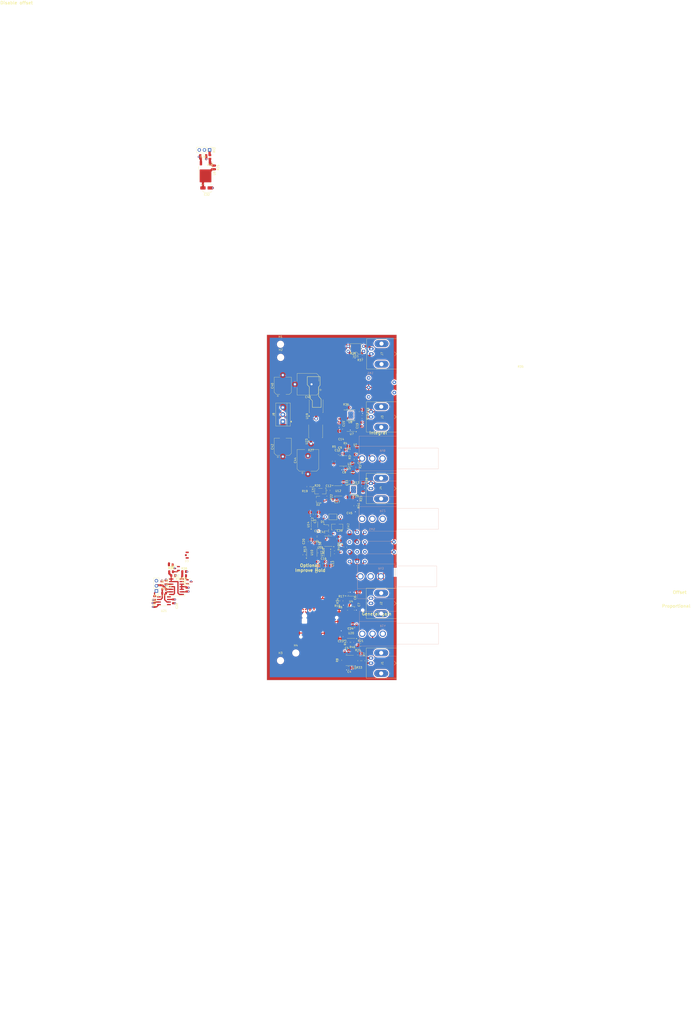
<source format=kicad_pcb>
(kicad_pcb (version 20241229) (generator "pcbnew") (generator_version "9.0")
  (layers (0 "F.Cu" signal) (4 "In1.Cu" signal) (6 "In2.Cu" signal) (2 "B.Cu" signal) (13 "F.Paste" user) (15 "B.Paste" user) (5 "F.SilkS" user "F.Silkscreen") (7 "B.SilkS" user "B.Silkscreen") (1 "F.Mask" user) (3 "B.Mask" user) (25 "Edge.Cuts" user))
  (net 0 "")
  (net 1 "Net-(U1-K)")
  (net 2 "GND")
  (net 3 "Net-(U2-A)")
  (net 5 "Net-(C1-Pad2)")
  (net 8 "Net-(R16-Pad2)")
  (net 9 "Net-(J3-In)")
  (net 10 "Net-(J7-Ext)")
  (net 11 "Net-(U20-+)")
  (net 13 "Net-(U10--)")
  (net 16 "Net-(J1-In)")
  (net 17 "Net-(J1-Ext)")
  (net 18 "Net-(J2-In)")
  (net 19 "Net-(J2-Ext)")
  (net 20 "Net-(J4-In)")
  (net 21 "Net-(C11-Pad1)")
  (net 22 "Input_B")
  (net 23 "Internal_setpoint")
  (net 24 "Error_signal")
  (net 25 "Net-(C11-Pad2)")
  (net 26 "Net-(U13-IN)")
  (net 27 "Input_A")
  (net 31 "Net-(U13-BW)")
  (net 32 "Net-(R14-Pad1)")
  (net 33 "Net-(R13-Pad1)")
  (net 34 "Net-(U9-ADJ)")
  (net 35 "Net-(R18-Pad1)")
  (net 37 "Net-(U7--)")
  (net 39 "Net-(U8-IN)")
  (net 41 "Net-(U8-BW)")
  (net 42 "Net-(U5--)")
  (net 43 "+15V")
  (net 44 "Vlim+")
  (net 45 "Net-(R34-Pad2)")
  (net 46 "Net-(R34-Pad1)")
  (net 47 "Net-(R33-Pad2)")
  (net 48 "Net-(R33-Pad1)")
  (net 49 "Net-(R12-Pad2)")
  (net 50 "Net-(J7-In)")
  (net 51 "Net-(D2-K)")
  (net 52 "Net-(R37-Pad1)")
  (net 53 "Net-(R43-Pad1)")
  (net 54 "Net-(R44-Pad1)")
  (net 61 "-15V")
  (net 62 "Net-(R40-Pad2)")
  (net 63 "Net-(SW3-A)")
  (net 64 "Net-(U22A-+)")
  (net 65 "Net-(D1-A)")
  (net 66 "Net-(SW2-A)")
  (net 67 "Net-(D1-K)")
  (net 68 "Net-(D2-A)")
  (net 69 "Net-(D3-A)")
  (net 70 "Net-(D3-K1)")
  (net 71 "Net-(D3-K2)")
  (net 72 "Net-(SW1-A)")
  (net 73 "Net-(R11-Pad1)")
  (net 74 "Net-(U20--)")
  (net 75 "Net-(U14C-SEL1)")
  (net 76 "Net-(U21--)")
  (net 77 "Net-(U22B--)")
  (net 78 "+V_DC_unregulated")
  (net 79 "-V_DC_unregulated")
  (net 84 "Net-(SW5-Pad3)")
  (net 86 "Net-(SW5-Pad11)")
  (net 87 "Net-(R28-Pad2)")
  (net 92 "Net-(U22C--)")
  (net 93 "Net-(R32-Pad2)")
  (net 94 "Net-(Q1-G)")
  (net 95 "Net-(Q2-G)")
  (net 96 "Net-(U7-+)")
  (footprint "Resistor_SMD:R_0805_2012Metric" (layer "F.Cu") (at 143.250477 114.824775)
    (property "Reference" "R31")
    (property "Value" "10k")
  )
  (footprint "Capacitor_SMD:C_0805_2012Metric" (layer "F.Cu") (at 219.039581 85.729501)
    (property "Reference" "C11")
    (property "Value" "C")
  )
  (footprint "Capacitor_SMD:C_0805_2012Metric" (layer "F.Cu") (at 237.647697 130.953456)
    (property "Reference" "C24")
    (property "Value" "100nF")
  )
  (footprint "Capacitor_SMD:C_0805_2012Metric" (layer "F.Cu") (at 237.46459 49.539213)
    (property "Reference" "C1")
    (property "Value" "100nF" (hide yes))
  )
  (footprint "Capacitor_SMD:C_0805_2012Metric" (layer "F.Cu") (at 241.825931 61.825009 90)
    (property "Reference" "C28")
    (property "Value" "100nF")
  )
  (footprint "Package_TO_SOT_SMD:TO-252-3_TabPin2" (layer "F.Cu") (at 218.329942 34.480149 90)
    (property "Reference" "U23")
    (property "Value" "L7915")
  )
  (footprint "Resistor_SMD:R_0805_2012Metric" (layer "F.Cu") (at 236.9125 -2.5 180)
    (property "Reference" "R26")
    (property "Value" "1k")
  )
  (footprint "Capacitor_THT:C_Axial_L3.8mm_D2.6mm_P7.50mm_Horizontal" (layer "F.Cu") (at 230.608855 77.071223 180)
    (property "Reference" "C45")
    (property "Value" "C" (hide yes))
  )
  (footprint "Capacitor_SMD:CP_Elec_10x10.5" (layer "F.Cu") (at 214.520942 11.326149 180)
    (property "Reference" "C43")
    (property "Value" "220uF")
  )
  (footprint "Capacitor_SMD:C_0805_2012Metric" (layer "F.Cu") (at 225.166934 100.251223 -90)
    (property "Reference" "C13")
    (property "Value" "1uF")
  )
  (footprint "MountingHole:MountingHole_3.2mm_M3_ISO14580" (layer "F.Cu") (at 208.5 144.5)
    (property "Reference" "H4")
    (property "Value" "MountingHole")
  )
  (footprint "Resistor_SMD:R_0805_2012Metric" (layer "F.Cu") (at 238 71.5 -90)
    (property "Reference" "R41")
    (property "Value" "1k")
  )
  (footprint "Package_SO:SOIC-8_3.9x4.9mm_P1.27mm" (layer "F.Cu") (at 235.696931 32.1242 180)
    (property "Reference" "U7")
    (property "Value" "OPA189" (hide yes))
  )
  (footprint "Connector_Coaxial:BNC_Amphenol_B6252HB-NPP3G-50_Horizontal" (layer "F.Cu") (at 245.870025 -3.745497 -90)
    (property "Reference" "J7")
    (property "Value" "select 1")
  )
  (footprint "Resistor_SMD:R_0805_2012Metric" (layer "F.Cu") (at 236.506317 139.17083 -90)
    (property "Reference" "R46")
    (property "Value" "11k")
  )
  (footprint "Resistor_SMD:R_0805_2012Metric" (layer "F.Cu") (at 138.53115 117.249925 -90)
    (property "Reference" "R11")
    (property "Value" "100k")
  )
  (footprint "Capacitor_SMD:C_0805_2012Metric" (layer "F.Cu") (at 224.755129 85.278294)
    (property "Reference" "C41")
    (property "Value" "10nF")
  )
  (footprint "Connector_PinHeader_2.54mm:PinHeader_1x03_P2.54mm_Vertical" (layer "F.Cu") (at 139.466851 113.758876 180)
    (property "Reference" "RV1")
    (property "Value" "100k")
  )
  (footprint "Resistor_SMD:R_0805_2012Metric" (layer "F.Cu") (at 216.696884 62.053351 90)
    (property "Reference" "R20")
    (property "Value" "10k")
  )
  (footprint "Package_SO:SOIC-8_3.9x4.9mm_P1.27mm" (layer "F.Cu") (at 224.616355 89.106223 180)
    (property "Reference" "U18")
    (property "Value" "OPA189" (hide yes))
  )
  (footprint "Package_TO_SOT_SMD:TSOT-23" (layer "F.Cu") (at 219.566317 68.39083 180)
    (property "Reference" "D2")
    (property "Value" "D" (hide yes))
  )
  (footprint "Capacitor_SMD:C_0805_2012Metric" (layer "F.Cu") (at 215.413876 89.240534 90)
    (property "Reference" "C20")
    (property "Value" "100nF")
  )
  (footprint "Resistor_SMD:R_0805_2012Metric" (layer "F.Cu") (at 233 92 90)
    (property "Reference" "R44")
    (property "Value" "1M")
  )
  (footprint "Package_SO:SOIC-8_3.9x4.9mm_P1.27mm" (layer "F.Cu") (at 229.48641 64.147985)
    (property "Reference" "U12")
    (property "Value" "OPA189")
  )
  (footprint "Capacitor_SMD:C_0805_2012Metric" (layer "F.Cu") (at 142.212725 109.960773 -90)
    (property "Reference" "C25")
    (property "Value" "100nF")
  )
  (footprint "Capacitor_SMD:C_0805_2012Metric" (layer "F.Cu") (at 232.19141 52.948746)
    (property "Reference" "C8")
    (property "Value" "100nF")
  )
  (footprint "Resistor_SMD:R_0805_2012Metric" (layer "F.Cu") (at 233.854818 22.853686 180)
    (property "Reference" "R36")
    (property "Value" "3.3k" (hide yes))
  )
  (footprint "Capacitor_SMD:C_0805_2012Metric" (layer "F.Cu") (at 240.3815 31.171905 90)
    (property "Reference" "C19")
    (property "Value" "100nF" (hide yes))
  )
  (footprint "Capacitor_SMD:CP_Elec_8x6.5" (layer "F.Cu") (at 202.074942 42.314149 90)
    (property "Reference" "C42")
    (property "Value" "100uF")
  )
  (footprint "Custom_Footprints:TDD DIP Switch" (layer "F.Cu") (at 220.68296 64.303487 -90)
    (property "Reference" "SW3")
    (property "Value" "SW_SPDT" (hide yes))
  )
  (footprint "Capacitor_SMD:C_0805_2012Metric" (layer "F.Cu") (at 234.583032 151.880742)
    (property "Reference" "C4")
    (property "Value" "100nF")
  )
  (footprint "Package_TO_SOT_SMD:SOT-23" (layer "F.Cu") (at 237.862318 43.76896 180)
    (property "Reference" "U1")
    (property "Value" "LM4040DBZ-5" (hide yes))
  )
  (footprint "Capacitor_SMD:C_0805_2012Metric" (layer "F.Cu") (at 224.705267 63.93305 90)
    (property "Reference" "C12")
    (property "Value" "100p" (hide yes))
  )
  (footprint "Capacitor_SMD:C_0805_2012Metric" (layer "F.Cu") (at 229.64444 45.501347)
    (property "Reference" "C10")
    (property "Value" "100nF")
  )
  (footprint "Resistor_SMD:R_0805_2012Metric" (layer "F.Cu") (at 231.077105 118.646888 90)
    (property "Reference" "R34")
    (property "Value" "DNP")
  )
  (footprint "Capacitor_SMD:C_0805_2012Metric" (layer "F.Cu") (at 219.001941 75.747192 -90)
    (property "Reference" "C3")
    (property "Value" "1uF")
  )
  (footprint "Resistor_SMD:R_0805_2012Metric" (layer "F.Cu") (at 240.5875 140.5)
    (property "Reference" "R21")
    (property "Value" "1k")
  )
  (footprint "Resistor_SMD:R_0805_2012Metric" (layer "F.Cu") (at 235.112318 45.51896 180)
    (property "Reference" "R1")
    (property "Value" "10k")
  )
  (footprint "Resistor_SMD:R_0805_2012Metric" (layer "F.Cu") (at 219.019947 87.792001 180)
    (property "Reference" "R9")
    (property "Value" "1k")
  )
  (footprint "Resistor_SMD:R_0805_2012Metric" (layer "F.Cu") (at 153.182851 106.138876 180)
    (property "Reference" "R32")
    (property "Value" "100")
  )
  (footprint "MountingHole:MountingHole_3.2mm_M3_ISO14580" (layer "F.Cu") (at 200.914 -8.5)
    (property "Reference" "H1")
    (property "Value" "MountingHole")
  )
  (footprint "Package_SO:VSSOP-10_3x3mm_P0.5mm" (layer "F.Cu") (at 224.108855 95.281577 -90)
    (property "Reference" "U17")
    (property "Value" "TMUX6123" (hide yes))
  )
  (footprint "Resistor_SMD:R_0805_2012Metric" (layer "F.Cu") (at 241.810317 65.24433 -90)
    (property "Reference" "R23")
    (property "Value" "50")
  )
  (footprint "Capacitor_SMD:C_0805_2012Metric" (layer "F.Cu") (at 229.458855 87.866223 90)
    (property "Reference" "C39")
    (property "Value" "100nF")
  )
  (footprint "Capacitor_SMD:C_0805_2012Metric" (layer "F.Cu") (at 216.461941 75.738896 90)
    (property "Reference" "C2")
    (property "Value" "1uF")
  )
  (footprint "Capacitor_SMD:CP_Elec_4x5.8" (layer "F.Cu") (at 164.3 -86)
    (property "Reference" "C32")
    (property "Value" "22uF" (hide yes))
  )
  (footprint "Resistor_SMD:R_0805_2012Metric" (layer "F.Cu") (at 238.9295 52.4125 90)
    (property "Reference" "R2")
    (property "Value" "10k")
  )
  (footprint "lib:TI_SO-PowerPAD-8_ThermalVias" (layer "F.Cu") (at 237.043808 63.555407)
    (property "Reference" "U13")
    (property "Value" "BUF634A")
  )
  (footprint "Resistor_SMD:R_0805_2012Metric" (layer "F.Cu") (at 147.721851 106.138876)
    (property "Reference" "R30")
    (property "Value" "10k")
  )
  (footprint "Resistor_SMD:R_0805_2012Metric" (layer "F.Cu") (at 241.289493 27.501)
    (property "Reference" "R15")
    (property "Value" "50" (hide yes))
  )
  (footprint "Package_SO:SOIC-8_3.9x4.9mm_P1.27mm" (layer "F.Cu") (at 216.449359 94.773564 90)
    (property "Reference" "U10")
    (property "Value" "OPA189" (hide yes))
  )
  (footprint "Package_SO:SOIC-8_3.9x4.9mm_P1.27mm" (layer "F.Cu") (at 232.021633 49.278511 180)
    (property "Reference" "U5")
    (property "Value" "OPA189" (hide yes))
  )
  (footprint "Package_DIP:DIP-4_W7.62mm" (layer "F.Cu") (at 242.050916 -4.974024 180)
    (property "Reference" "U11")
    (property "Value" "PC817")
  )
  (footprint "Resistor_SMD:R_0805_2012Metric" (layer "F.Cu") (at 234.601317 139.17083 90)
    (property "Reference" "R43")
    (property "Value" "11k")
  )
  (footprint "Resistor_SMD:R_0805_2012Metric" (layer "F.Cu") (at 241.415195 -2.480675)
    (property "Reference" "R37")
    (property "Value" "180" (hide yes))
  )
  (footprint "Connector_Coaxial:BNC_Amphenol_B6252HB-NPP3G-50_Horizontal" (layer "F.Cu") (at 245.676317 62.97083 -90)
    (property "Reference" "J4")
    (property "Value" "Output")
  )
  (footprint "Resistor_SMD:R_0805_2012Metric" (layer "F.Cu") (at 227.649021 94.556037 180)
    (property "Reference" "R40")
    (property "Value" "10k")
  )
  (footprint "Capacitor_SMD:C_0805_2012Metric" (layer "F.Cu") (at 147.896178 118.899188 -90)
    (property "Reference" "C26")
    (property "Value" "100nF")
  )
  (footprint "Resistor_SMD:R_0805_2012Metric" (layer "F.Cu") (at 241.950918 148.322719 -90)
    (property "Reference" "R7")
    (property "Value" "10k" (hide yes))
  )
  (footprint "Resistor_SMD:R_0805_2012Metric" (layer "F.Cu") (at 212.756317 95.826168 90)
    (property "Reference" "R13")
    (property "Value" "5k" (hide yes))
  )
  (footprint "Capacitor_SMD:C_0805_2012Metric" (layer "F.Cu") (at 231.163508 136.375389 -90)
    (property "Reference" "C23")
    (property "Value" "100nF")
  )
  (footprint "Capacitor_SMD:C_0805_2012Metric" (layer "F.Cu") (at 237.55 122.577095)
    (property "Reference" "C7")
    (property "Value" "100nF")
  )
  (footprint "Package_TO_SOT_SMD:SOT-23" (layer "F.Cu") (at 149.437972 102.626563 180)
    (property "Reference" "Q2")
    (property "Value" "2N7002E" (hide yes))
  )
  (footprint "Resistor_SMD:R_0805_2012Metric" (layer "F.Cu") (at 233.043726 42.06369 180)
    (property "Reference" "R4")
    (property "Value" "10k")
  )
  (footprint "Resistor_SMD:R_0805_2012Metric" (layer "F.Cu") (at 146.578851 100.804876)
    (property "Reference" "R28")
    (property "Value" "1k")
  )
  (footprint "Resistor_SMD:R_0805_2012Metric" (layer "F.Cu") (at 143.265518 112.89956 180)
    (property "Reference" "R29")
    (property "Value" "10k")
  )
  (footprint "Package_SO:SOIC-8_3.9x4.9mm_P1.27mm" (layer "F.Cu") (at 143.173385 118.598373)
    (property "Reference" "U21")
    (property "Value" "OPA189")
  )
  (footprint "Capacitor_SMD:CP_Elec_10x10.5" (layer "F.Cu") (at 214.511356 49.00659 90)
    (property "Reference" "C44")
    (property "Value" "220uF")
  )
  (footprint "Capacitor_SMD:C_0805_2012Metric" (layer "F.Cu") (at 230.995979 29.425808 90)
    (property "Reference" "C15")
    (property "Value" "100nF" (hide yes))
  )
  (footprint "Resistor_SMD:R_0805_2012Metric" (layer "F.Cu") (at 168.271109 -96.163782 -90)
    (property "Reference" "R25")
    (property "Value" "330")
  )
  (footprint "Resistor_SMD:R_0805_2012Metric" (layer "F.Cu") (at 239.916694 148.322719 -90)
    (property "Reference" "R33")
    (property "Value" "DNP")
  )
  (footprint "Package_TO_SOT_SMD:TSOT-23" (layer "F.Cu") (at 223.783855 82.471223)
    (property "Reference" "D1")
    (property "Value" "D" (hide yes))
  )
  (footprint "Package_TO_SOT_SMD:TO-252-3_TabPin2" (layer "F.Cu") (at 218.584942 22.034149 90)
    (property "Reference" "U19")
    (property "Value" "L7815")
  )
  (footprint "Capacitor_SMD:C_0805_2012Metric" (layer "F.Cu") (at 240.587105 24.849127 90)
    (property "Reference" "C18")
    (property "Value" "100nF" (hide yes))
  )
  (footprint "MountingHole:MountingHole_3.2mm_M3_ISO14580" (layer "F.Cu") (at 200.914 148.25)
    (property "Reference" "H3")
    (property "Value" "MountingHole")
  )
  (footprint "Resistor_SMD:R_0805_2012Metric" (layer "F.Cu") (at 227.30659 49.488644 -90)
    (property "Reference" "R27")
    (property "Value" "10k")
  )
  (footprint "Resistor_SMD:R_0805_2012Metric" (layer "F.Cu") (at 153.201674 104.152654)
    (property "Reference" "R38")
    (property "Value" "10k")
  )
  (footprint "Custom_Footprints:GR LED" (layer "F.Cu") (at 154.5 96)
    (property "Reference" "D3")
    (property "Value" "LED_Dual_KKA")
  )
  (footprint "Capacitor_SMD:C_0805_2012Metric" (layer "F.Cu") (at 231.172067 60.444678)
    (property "Reference" "C33")
    (property "Value" "100nF" (hide yes))
  )
  (footprint "Resistor_SMD:R_0805_2012Metric" (layer "F.Cu") (at 229.64444 43.538777 180)
    (property "Reference" "R5")
    (property "Value" "10k")
  )
  (footprint "Package_SO:SOIC-8_3.9x4.9mm_P1.27mm" (layer "F.Cu") (at 235.869852 118.896553)
    (property "Reference" "U4")
    (property "Value" "INA849" (hide yes))
  )
  (footprint "Resistor_SMD:R_0805_2012Metric" (layer "F.Cu") (at 214.713794 62.047481 90)
    (property "Reference" "R19")
    (property "Value" "10k")
  )
  (footprint "Package_TO_SOT_SMD:SOT-23" (layer "F.Cu") (at 235.8955 53.532 180)
    (property "Reference" "U2")
    (property "Value" "LM4040DBZ-5" (hide yes))
  )
  (footprint "Capacitor_SMD:C_0805_2012Metric" (layer "F.Cu") (at 235.237674 67.309122 180)
    (property "Reference" "C29")
    (property "Value" "100nF")
  )
  (footprint "Resistor_SMD:R_0805_2012Metric" (layer "F.Cu") (at 237.450606 47.580888 180)
    (property "Reference" "R3")
    (property "Value" "10k" (hide yes))
  )
  (footprint "Resistor_SMD:R_0805_2012Metric" (layer "F.Cu") (at 146.718703 104.206077)
    (property "Reference" "R39")
    (property "Value" "100")
  )
  (footprint "Capacitor_SMD:C_0805_2012Metric" (layer "F.Cu") (at 233.683147 144.479189 180)
    (property "Reference" "C5")
    (property "Value" "100nF")
  )
  (footprint "Custom_Footprints:TDD DIP Switch" (layer "F.Cu") (at 228.978855 81.971223 90)
    (property "Reference" "SW2")
    (property "Value" "SW_SPDT")
  )
  (footprint "Resistor_SMD:R_0805_2012Metric" (layer "F.Cu") (at 223.85457 67.493463)
    (property "Reference" "R22")
    (property "Value" "10k")
  )
  (footprint "Capacitor_SMD:C_0805_2012Metric" (layer "F.Cu") (at 144.204652 109.484096 90)
    (property "Reference" "C36")
    (property "Value" "100nF")
  )
  (footprint "Package_TO_SOT_SMD:TO-252-2" (layer "F.Cu") (at 163.778882 -93.22746 -90)
    (property "Reference" "U9")
    (property "Value" "LM317_TO-252" (hide yes))
  )
  (footprint "Resistor_SMD:R_0805_2012Metric" (layer "F.Cu") (at 220.259359 94.856064 90)
    (property "Reference" "R16")
    (property "Value" "100k" (hide yes))
  )
  (footprint "Package_SO:VSSOP-10_3x3mm_P0.5mm" (layer "F.Cu") (at 217.758855 80.869134 90)
    (property "Reference" "U14")
    (property "Value" "TMUX6123")
  )
  (footprint "Resistor_SMD:R_0805_2012Metric" (layer "F.Cu") (at 229.061523 118.609746 -90)
    (property "Reference" "R10")
    (property "Value" "10k" (hide yes))
  )
  (footprint "Capacitor_SMD:C_0805_2012Metric" (layer "F.Cu") (at 218.663855 100.251223 90)
    (property "Reference" "C21")
    (property "Value" "100nF")
  )
  (footprint "Capacitor_SMD:C_0805_2012Metric" (layer "F.Cu") (at 238.132199 115.19981 180)
    (property "Reference" "C6")
    (property "Value" "100nF")
  )
  (footprint "Package_SO:SOIC-8_3.9x4.9mm_P1.27mm" (layer "F.Cu") (at 235.880868 134.669562 180)
    (property "Reference" "U20")
    (property "Value" "OPA189" (hide yes))
  )
  (footprint "Resistor_SMD:R_0805_2012Metric" (layer "F.Cu") (at 234.111271 122.577095 180)
    (property "Reference" "R6")
    (property "Value" "10k")
  )
  (footprint "Capacitor_SMD:C_1210_3225Metric" (layer "F.Cu") (at 162.647901 -101.394509)
    (property "Reference" "C30")
    (property "Value" "10uF")
  )
  (footprint "Custom_Footprints:SOIC-14" (layer "F.Cu") (at 149.386851 111.658876 -90)
    (property "Reference" "U22")
    (property "Value" "4x Comparator" (hide yes))
  )
  (footprint "Capacitor_SMD:C_0805_2012Metric" (layer "F.Cu") (at 138.440905 120.694256 -90)
    (property "Reference" "C31")
    (property "Value" "100nF")
  )
  (footprint "Capacitor_SMD:C_0805_2012Metric" (layer "F.Cu") (at 219.00829 89.819322 180)
    (property "Reference" "C38")
    (property "Value" "100nF")
  )
  (footprint "Capacitor_SMD:C_0805_2012Metric" (layer "F.Cu") (at 232.373638 44.75005 -90)
    (property "Reference" "C9")
    (property "Value" "100nF")
  )
  (footprint "Resistor_SMD:R_0805_2012Metric" (layer "F.Cu") (at 165.930295 -101.333157 -90)
    (property "Reference" "R18")
    (property "Value" "1k")
  )
  (footprint "Capacitor_SMD:C_0805_2012Metric" (layer "F.Cu") (at 227.832621 67.842106 180)
    (property "Reference" "C17")
    (property "Value" "100nF")
  )
  (footprint "MountingHole:MountingHole_3.2mm_M3_ISO14580" (layer "F.Cu") (at 201 -2)
    (property "Reference" "H2")
    (property "Value" "MountingHole")
  )
  (footprint "Connector_Coaxial:BNC_Amphenol_B6252HB-NPP3G-50_Horizontal" (layer "F.Cu") (at 245.706317 119.89083 -90)
    (property "Reference" "J2")
    (property "Value" "Input B / Setpoint")
  )
  (footprint "Package_SO:SOIC-8_3.9x4.9mm_P1.27mm" (layer "F.Cu") (at 235.19571 148.187771 180)
    (property "Reference" "U3")
    (property "Value" "INA849" (hide yes))
  )
  (footprint "Capacitor_SMD:C_0805_2012Metric" (layer "F.Cu") (at 222.495664 100.197916 90)
    (property "Reference" "C16")
    (property "Value" "1uF")
  )
  (footprint "Resistor_SMD:R_0805_2012Metric" (layer "F.Cu") (at 234.53557 115.19981 180)
    (property "Reference" "R17")
    (property "Value" "1k")
  )
  (footprint "Connector_Coaxial:BNC_Amphenol_B6252HB-NPP3G-50_Horizontal" (layer "F.Cu") (at 245.706317 149.53583 -90)
    (property "Reference" "J1")
    (property "Value" "Input A")
  )
  (footprint "Resistor_SMD:R_0805_2012Metric" (layer "F.Cu") (at 235.124312 59.827253 180)
    (property "Reference" "R35")
    (property "Value" "3.3k" (hide yes))
  )
  (footprint "Capacitor_SMD:C_0805_2012Metric" (layer "F.Cu") (at 230.948963 33.540381 -90)
    (property "Reference" "C14")
    (property "Value" "100nF" (hide yes))
  )
  (footprint "TerminalBlock_4Ucon:TerminalBlock_4Ucon_1x03_P3.50mm_Horizontal" (layer "F.Cu") (at 202.062442 29.818149 90)
    (property "Reference" "J8")
    (property "Value" "Screw_Terminal_01x03")
  )
  (footprint "Capacitor_SMD:C_0805_2012Metric" (layer "F.Cu") (at 154.606809 113.074385 90)
    (property "Reference" "C37")
    (property "Value" "100nF")
  )
  (footprint "Capacitor_SMD:CP_Elec_8x6.5" (layer "F.Cu") (at 202.074942 12.088149 90)
    (property "Reference" "C40")
    (property "Value" "100uF")
  )
  (footprint "Connector_PinHeader_2.54mm:PinHeader_1x03_P2.54mm_Vertical" (layer "F.Cu") (at 165.791878 -104.810873 -90)
    (property "Reference" "RV2")
    (property "Value" "2k")
  )
  (footprint "lib:TI_SO-PowerPAD-8_ThermalVias" (layer "F.Cu") (at 235.741862 26.570409)
    (property "Reference" "U8")
    (property "Value" "BUF634A" (hide yes))
  )
  (footprint "Resistor_SMD:R_0805_2012Metric" (layer "F.Cu") (at 230.5 148.0875 90)
    (property "Reference" "R8")
    (property "Value" "10k")
  )
  (footprint "Connector_Coaxial:BNC_Amphenol_B6252HB-NPP3G-50_Horizontal" (layer "F.Cu") (at 245.738764 27.499439 -90)
    (property "Reference" "J3")
    (property "Value" "Monitor")
  )
  (footprint "Package_TO_SOT_SMD:SOT-23" (layer "F.Cu") (at 155.722851 109.186876)
    (property "Reference" "Q1")
    (property "Value" "2N7002E" (hide yes))
  )
  (footprint "Resistor_SMD:R_0805_2012Metric" (layer "F.Cu") (at 239.11521 144.721512 180)
    (property "Reference" "R24")
    (property "Value" "1k")
  )
  (footprint "Custom_Footprints:Bourns Circular Pots" (layer "B.Cu") (at 251.4645 48.106)
    (property "Reference" "RV8")
    (property "Value" "100k")
  )
  (footprint "Custom_Footprints:Right Angle SPDT Switch" (layer "B.Cu") (at 244.5625 12.875)
    (property "Reference" "SW1")
    (property "Value" "SW_SPDT")
  )
  (footprint "Custom_Footprints:Bourns Circular Pots" (layer "B.Cu") (at 251.581317 134.95583)
    (property "Reference" "R14")
    (property "Value" "10k")
  )
  (footprint "Custom_Footprints:Right Angle 3PDT Switch" (layer "B.Cu") (at 242.714201 91.93083)
    (property "Reference" "SW5")
    (property "Value" "EG6100-ND" (hide yes))
  )
  (footprint "Custom_Footprints:Bourns Circular Pots" (layer "B.Cu") (at 251.5 78)
    (property "Reference" "R12")
    (property "Value" "100k")
  )
  (footprint "Custom_Footprints:Bourns Circular Pots" (layer "B.Cu") (at 250.66 106.5)
    (property "Reference" "RV3")
    (property "Value" "5k")
  )
  (gr_poly (pts (xy 219.761624 17.17863) (xy 221.031624 18.70263) (xy 221.031624 22.76663) (xy 216.713624 22.76663) (xy 216.713624 19.46463) (xy 215.189624 17.94063) (xy 215.189624 12.60663) (xy 214.173624 11.59063) (xy 214.173624 7.52663) (xy 220.523624 7.52663) (xy 220.523624 11.84463) (xy 219.761624 12.60663)) (stroke (width 0.2)) (fill no) (layer "F.SilkS"))
  (gr_rect (start 194.114 -13.25) (end 258.5 158) (stroke (width 0.1)) (fill no) (layer "Edge.Cuts"))
  (gr_text "General gain" (at 241 126 0) (layer "F.SilkS") (effects (font (size 1.524 1.524) (thickness 0.254) (bold yes)) (justify left bottom)))
  (gr_text "Disable offset" (at 61.988918 -176.84738 0) (layer "F.SilkS") (effects (font (size 1.524 1.524) (thickness 0.254) (bold yes)) (justify left bottom)))
  (gr_text "Optional:\nImprove Hold" (at 215.646 104.394 0) (layer "F.SilkS") (effects (font (size 1.5 1.5) (thickness 0.3) (bold yes)) (justify bottom)))
  (gr_text "Integral" (at 244.75 36.25 0) (layer "F.SilkS") (effects (font (size 1.524 1.524) (thickness 0.254) (bold yes)) (justify left bottom)))
  (gr_text "Offset" (at 395.076158 115.305206 0) (layer "F.SilkS") (effects (font (size 1.524 1.524) (thickness 0.254) (bold yes)) (justify left bottom)))
  (gr_text "Proportional" (at 389.711236 122.105561 0) (layer "F.SilkS") (effects (font (size 1.524 1.524) (thickness 0.254) (bold yes)) (justify left bottom)))
  (segment (start 236.824818 44.71896) (end 236.024818 45.51896) (width 0.635) (layer "F.Cu") (net 1))
  (segment (start 242.99746 44.71896) (end 246.3845 48.106) (width 0.635) (layer "F.Cu") (net 1))
  (segment (start 238.799818 44.71896) (end 242.99746 44.71896) (width 0.635) (layer "F.Cu") (net 1))
  (segment (start 238.799818 44.71896) (end 236.824818 44.71896) (width 0.635) (layer "F.Cu") (net 1))
  (segment (start 230.009619 34.490381) (end 230 34.5) (width 1) (layer "F.Cu") (net 2))
  (segment (start 235.44807 115.19981) (end 235.44807 114.37583) (width 1) (layer "F.Cu") (net 2))
  (segment (start 155.397736 114.024385) (end 155.419376 114.046025) (width 1) (layer "F.Cu") (net 2))
  (segment (start 240.02771 144.721512) (end 240.67654 144.721512) (width 1) (layer "F.Cu") (net 2))
  (segment (start 238.799818 42.81896) (end 238.799818 42.28915) (width 0.635) (layer "F.Cu") (net 2))
  (segment (start 224.108855 100.143144) (end 225.166934 101.201223) (width 0.25) (layer "F.Cu") (net 2))
  (segment (start 240.587105 23.899127) (end 241.473397 23.899127) (width 1) (layer "F.Cu") (net 2))
  (segment (start 236.697697 130.953456) (end 236.697697 130.129051) (width 1) (layer "F.Cu") (net 2))
  (segment (start 148.500472 102.331726) (end 148.497337 102.328591) (width 0.635) (layer "F.Cu") (net 2))
  (segment (start 154.606809 114.024385) (end 155.397736 114.024385) (width 1) (layer "F.Cu") (net 2))
  (segment (start 236.6 120.262637) (end 236.6 122.577095) (width 0.635) (layer "F.Cu") (net 2))
  (segment (start 236.833 54.482) (end 236.833 55.014063) (width 0.635) (layer "F.Cu") (net 2))
  (segment (start 147.896178 119.849188) (end 148.692553 119.849188) (width 1) (layer "F.Cu") (net 2))
  (segment (start 138.440905 119.744256) (end 137.56081 119.744256) (width 1) (layer "F.Cu") (net 2))
  (segment (start 232.122067 60.444678) (end 232.122067 59.745499) (width 1) (layer "F.Cu") (net 2))
  (segment (start 234.573156 42.06369) (end 234.576018 42.060828) (width 1) (layer "F.Cu") (net 2))
  (segment (start 234.633147 144.479189) (end 234.633147 143.531919) (width 1) (layer "F.Cu") (net 2))
  (segment (start 228.782621 67.842106) (end 228.782621 68.806743) (width 1) (layer "F.Cu") (net 2))
  (segment (start 148.692553 119.849188) (end 148.70372 119.860355) (width 1) (layer "F.Cu") (net 2))
  (segment (start 236.803796 67.309122) (end 236.829735 67.283183) (width 1) (layer "F.Cu") (net 2))
  (segment (start 217.758855 76.08581) (end 216.461941 74.788896) (width 0.25) (layer "F.Cu") (net 2))
  (segment (start 217.482553 89.819322) (end 217.480973 89.820902) (width 1) (layer "F.Cu") (net 2))
  (segment (start 217.258855 79.963312) (end 217.758855 79.463312) (width 0.25) (layer "F.Cu") (net 2))
  (segment (start 215.413876 88.290534) (end 216.145277 88.290534) (width 1) (layer "F.Cu") (net 2))
  (segment (start 227.091355 88.471223) (end 229.113855 88.471223) (width 0.635) (layer "F.Cu") (net 2))
  (segment (start 151.986851 114.198876) (end 154.432318 114.198876) (width 0.635) (layer "F.Cu") (net 2))
  (segment (start 164.122901 -100.304699) (end 164.129106 -100.298494) (width 1.143) (layer "F.Cu") (net 2))
  (segment (start 228.782621 67.842106) (end 228.782621 65.579197) (width 0.635) (layer "F.Cu") (net 2))
  (segment (start 237.182199 115.19981) (end 237.182199 114.381797) (width 1) (layer "F.Cu") (net 2))
  (segment (start 229.113855 88.471223) (end 229.458855 88.816223) (width 0.635) (layer "F.Cu") (net 2))
  (segment (start 142.212725 108.569567) (end 142.22336 108.558932) (width 1) (layer "F.Cu") (net 2))
  (segment (start 138.440905 119.744256) (end 138.951788 119.233373) (width 0.635) (layer "F.Cu") (net 2))
  (segment (start 241.311199 32.121905) (end 241.335636 32.146342) (width 1) (layer "F.Cu") (net 2))
  (segment (start 241.825931 60.239811) (end 241.836092 60.22965) (width 1) (layer "F.Cu") (net 2))
  (segment (start 216.145277 88.290534) (end 216.157629 88.302886) (width 1) (layer "F.Cu") (net 2))
  (segment (start 225.166934 101.201223) (end 225.871273 101.201223) (width 1) (layer "F.Cu") (net 2))
  (segment (start 137.56081 119.744256) (end 137.552082 119.752984) (width 1) (layer "F.Cu") (net 2))
  (segment (start 238.799818 42.28915) (end 238.808182 42.280786) (width 0.635) (layer "F.Cu") (net 2))
  (segment (start 240.3815 32.121905) (end 241.311199 32.121905) (width 1) (layer "F.Cu") (net 2))
  (segment (start 236.187674 67.309122) (end 236.803796 67.309122) (width 1) (layer "F.Cu") (net 2))
  (segment (start 239.046317 140.540227) (end 239.041476 140.545068) (width 1) (layer "F.Cu") (net 2))
  (segment (start 233.695709 147.552771) (end 234.633147 146.615333) (width 0.635) (layer "F.Cu") (net 2))
  (segment (start 241.825931 60.875009) (end 241.825931 60.239811) (width 1) (layer "F.Cu") (net 2))
  (segment (start 216.049942 40.783149) (end 216.044942 40.788149) (width 1.143) (layer "F.Cu") (net 2))
  (segment (start 228.782621 68.806743) (end 228.783542 68.807664) (width 1) (layer "F.Cu") (net 2))
  (segment (start 232.373638 43.80005) (end 233.335357 43.80005) (width 1) (layer "F.Cu") (net 2))
  (segment (start 142.212725 109.010773) (end 142.212725 108.569567) (width 1) (layer "F.Cu") (net 2))
  (segment (start 219.793522 74.797192) (end 219.807208 74.810878) (width 1) (layer "F.Cu") (net 2))
  (segment (start 214.511356 53.20659) (end 214.511356 55.47259) (width 2.54) (layer "F.Cu") (net 2))
  (segment (start 202.074942 9.038149) (end 202.074942 6.754149) (width 2.54) (layer "F.Cu") (net 2))
  (segment (start 217.084359 97.248564) (end 217.084359 99.621727) (width 0.635) (layer "F.Cu") (net 2))
  (segment (start 233.14141 53.552435) (end 233.141873 53.552898) (width 1) (layer "F.Cu") (net 2))
  (segment (start 164.122901 -101.394509) (end 164.122901 -100.304699) (width 1.143) (layer "F.Cu") (net 2))
  (segment (start 166.1 -86) (end 167.358646 -86) (width 1.143) (layer "F.Cu") (net 2))
  (segment (start 216.461941 74.788896) (end 215.528587 74.788896) (width 1) (layer "F.Cu") (net 2))
  (segment (start 225.871273 101.201223) (end 225.879504 101.209454) (width 1) (layer "F.Cu") (net 2))
  (segment (start 237.182199 114.381797) (end 237.186806 114.37719) (width 1) (layer "F.Cu") (net 2))
  (segment (start 217.084359 99.621727) (end 218.663855 101.201223) (width 0.635) (layer "F.Cu") (net 2))
  (segment (start 229.975776 30.375808) (end 229.955816 30.395768) (width 1) (layer "F.Cu") (net 2))
  (segment (start 223.26265 101.147916) (end 223.270604 101.139962) (width 1) (layer "F.Cu") (net 2))
  (segment (start 144.204652 108.534096) (end 144.204652 108.092589) (width 1) (layer "F.Cu") (net 2))
  (segment (start 229.458855 88.816223) (end 230.200528 88.816223) (width 1) (layer "F.Cu") (net 2))
  (segment (start 210.320942 11.326149) (end 208.050942 11.326149) (width 2.54) (layer "F.Cu") (net 2))
  (segment (start 167.358646 -86) (end 167.390577 -85.968069) (width 1.143) (layer "F.Cu") (net 2))
  (segment (start 232.122067 59.745499) (end 232.120597 59.744029) (width 1) (layer "F.Cu") (net 2))
  (segment (start 236.219341 151.880742) (end 236.220845 151.879238) (width 1) (layer "F.Cu") (net 2))
  (segment (start 224.108855 97.481577) (end 224.108855 100.143144) (width 0.25) (layer "F.Cu") (net 2))
  (segment (start 156.660351 109.186876) (end 156.660351 108.810037) (width 0.635) (layer "F.Cu") (net 2))
  (segment (start 148.500472 102.626563) (end 148.500472 102.331726) (width 0.635) (layer "F.Cu") (net 2))
  (segment (start 230.200528 88.816223) (end 230.208374 88.808377) (width 1) (layer "F.Cu") (net 2))
  (segment (start 231.163508 137.325389) (end 230.334422 137.325389) (width 1) (layer "F.Cu") (net 2))
  (segment (start 216.049942 39.520149) (end 216.049942 40.783149) (width 1.143) (layer "F.Cu") (net 2))
  (segment (start 235.533032 151.880742) (end 236.219341 151.880742) (width 1) (layer "F.Cu") (net 2))
  (segment (start 217.758855 79.463312) (end 217.758855 78.669134) (width 0.25) (layer "F.Cu") (net 2))
  (segment (start 230.948963 34.490381) (end 230.009619 34.490381) (width 1) (layer "F.Cu") (net 2))
  (segment (start 236.51459 49.539213) (end 236.51459 50.499594) (width 1) (layer "F.Cu") (net 2))
  (segment (start 233.956226 42.06369) (end 234.573156 42.06369) (width 1) (layer "F.Cu") (net 2))
  (segment (start 236.51459 50.499594) (end 236.528156 50.51316) (width 1) (layer "F.Cu") (net 2))
  (segment (start 218.05829 89.819322) (end 217.482553 89.819322) (width 1) (layer "F.Cu") (net 2))
  (segment (start 219.001941 74.797192) (end 219.793522 74.797192) (width 1) (layer "F.Cu") (net 2))
  (segment (start 218.584942 27.074149) (end 218.584942 28.342149) (width 1.143) (layer "F.Cu") (net 2))
  (segment (start 233.335357 43.80005) (end 233.350521 43.815214) (width 1) (layer "F.Cu") (net 2))
  (segment (start 236.833 55.014063) (end 236.849487 55.03055) (width 0.635) (layer "F.Cu") (net 2))
  (segment (start 217.258855 83.069134) (end 217.258855 79.963312) (width 0.25) (layer "F.Cu") (net 2))
  (segment (start 238.344852 119.531553) (end 237.331084 119.531553) (width 0.635) (layer "F.Cu") (net 2))
  (segment (start 235.44807 114.37583) (end 235.455282 114.368618) (width 1) (layer "F.Cu") (net 2))
  (segment (start 222.495664 101.147916) (end 223.26265 101.147916) (width 1) (layer "F.Cu") (net 2))
  (segment (start 228.782621 65.579197) (end 227.986409 64.782985) (width 0.635) (layer "F.Cu") (net 2))
  (segment (start 218.663855 101.201223) (end 219.444783 101.201223) (width 1) (layer "F.Cu") (net 2))
  (segment (start 234.633147 146.615333) (end 234.633147 144.479189) (width 0.635) (layer "F.Cu") (net 2))
  (segment (start 217.758855 78.669134) (end 217.758855 76.08581) (width 0.25) (layer "F.Cu") (net 2))
  (segment (start 232.72071 147.552771) (end 233.695709 147.552771) (width 0.635) (layer "F.Cu") (net 2))
  (segment (start 218.584942 27.074149) (end 218.584942 20.774149) (width 1.143) (layer "F.Cu") (net 2))
  (segment (start 215.528587 74.788896) (end 215.528292 74.789191) (width 1) (layer "F.Cu") (net 2))
  (segment (start 237.331084 119.531553) (end 236.6 120.262637) (width 0.635) (layer "F.Cu") (net 2))
  (segment (start 156.660351 108.810037) (end 156.66942 108.800968) (width 0.635) (layer "F.Cu") (net 2))
  (segment (start 202.074942 45.364149) (end 202.074942 47.140149) (width 2.54) (layer "F.Cu") (net 2))
  (segment (start 241.473397 23.899127) (end 241.487756 23.913486) (width 1) (layer "F.Cu") (net 2))
  (segment (start 219.444783 101.201223) (end 219.46534 101.22178) (width 1) (layer "F.Cu") (net 2))
  (segment (start 230.995979 30.375808) (end 229.975776 30.375808) (width 1) (layer "F.Cu") (net 2))
  (segment (start 138.951788 119.233373) (end 140.698385 119.233373) (width 0.635) (layer "F.Cu") (net 2))
  (segment (start 234.633147 143.531919) (end 234.642536 143.52253) (width 1) (layer "F.Cu") (net 2))
  (segment (start 144.204652 108.092589) (end 144.213412 108.083829) (width 1) (layer "F.Cu") (net 2))
  (segment (start 227.986409 64.782985) (end 227.01141 64.782985) (width 0.635) (layer "F.Cu") (net 2))
  (segment (start 233.14141 52.948746) (end 233.14141 53.552435) (width 1) (layer "F.Cu") (net 2))
  (segment (start 240.67654 144.721512) (end 240.682521 144.727493) (width 1) (layer "F.Cu") (net 2))
  (via (at 164.129106 -100.298494) (size 0.8) (drill 0.4) (layers "F.Cu" "B.Cu") (net 2))
  (via (at 155.419376 114.046025) (size 0.8) (drill 0.4) (layers "F.Cu" "B.Cu") (net 2))
  (via (at 218.584942 28.342149) (size 1.778) (drill 1.016) (layers "F.Cu" "B.Cu") (net 2))
  (via (at 144.213412 108.083829) (size 0.8) (drill 0.4) (layers "F.Cu" "B.Cu") (net 2))
  (via (at 236.528156 50.51316) (size 0.8) (drill 0.4) (layers "F.Cu" "B.Cu") (net 2))
  (via (at 236.697697 130.129051) (size 0.8) (drill 0.4) (layers "F.Cu" "B.Cu") (net 2))
  (via (at 229.955816 30.395768) (size 0.8) (drill 0.4) (layers "F.Cu" "B.Cu") (net 2))
  (via (at 219.46534 101.22178) (size 0.8) (drill 0.4) (layers "F.Cu" "B.Cu") (net 2))
  (via (at 202.074942 6.754149) (size 1.778) (drill 1.016) (layers "F.Cu" "B.Cu") (net 2))
  (via (at 241.836092 60.22965) (size 0.8) (drill 0.4) (layers "F.Cu" "B.Cu") (net 2))
  (via (at 236.220845 151.879238) (size 0.8) (drill 0.4) (layers "F.Cu" "B.Cu") (net 2))
  (via (at 234.576018 42.060828) (size 0.8) (drill 0.4) (layers "F.Cu" "B.Cu") (net 2))
  (via (at 230 34.5) (size 0.8) (drill 0.4) (layers "F.Cu" "B.Cu") (net 2))
  (via (at 228.783542 68.807664) (size 0.8) (drill 0.4) (layers "F.Cu" "B.Cu") (net 2))
  (via (at 137.552082 119.752984) (size 0.8) (drill 0.4) (layers "F.Cu" "B.Cu") (net 2))
  (via (at 167.390577 -85.968069) (size 0.8) (drill 0.4) (layers "F.Cu" "B.Cu") (net 2))
  (via (at 241.335636 32.146342) (size 0.8) (drill 0.4) (layers "F.Cu" "B.Cu") (net 2))
  (via (at 217.480973 89.820902) (size 0.8) (drill 0.4) (layers "F.Cu" "B.Cu") (net 2))
  (via (at 236.829735 67.283183) (size 0.8) (drill 0.4) (layers "F.Cu" "B.Cu") (net 2))
  (via (at 237.186806 114.37719) (size 0.8) (drill 0.4) (layers "F.Cu" "B.Cu") (net 2))
  (via (at 223.270604 101.139962) (size 0.8) (drill 0.4) (layers "F.Cu" "B.Cu") (net 2))
  (via (at 238.808182 42.280786) (size 0.8) (drill 0.4) (layers "F.Cu" "B.Cu") (net 2))
  (via (at 142.22336 108.558932) (size 0.8) (drill 0.4) (layers "F.Cu" "B.Cu") (net 2))
  (via (at 240.682521 144.727493) (size 0.8) (drill 0.4) (layers "F.Cu" "B.Cu") (net 2))
  (via (at 216.044942 40.788149) (size 1.778) (drill 1.016) (layers "F.Cu" "B.Cu") (net 2))
  (via (at 235.455282 114.368618) (size 0.8) (drill 0.4) (layers "F.Cu" "B.Cu") (net 2))
  (via (at 216.157629 88.302886) (size 0.8) (drill 0.4) (layers "F.Cu" "B.Cu") (net 2))
  (via (at 225.879504 101.209454) (size 0.8) (drill 0.4) (layers "F.Cu" "B.Cu") (net 2))
  (via (at 214.511356 55.825648) (size 1.778) (drill 1.016) (layers "F.Cu" "B.Cu") (net 2))
  (via (at 241.487756 23.913486) (size 0.8) (drill 0.4) (layers "F.Cu" "B.Cu") (net 2))
  (via (at 219.807208 74.810878) (size 0.8) (drill 0.4) (layers "F.Cu" "B.Cu") (net 2))
  (via (at 239.041476 140.545068) (size 0.8) (drill 0.4) (layers "F.Cu" "B.Cu") (net 2))
  (via (at 148.70372 119.860355) (size 0.8) (drill 0.4) (layers "F.Cu" "B.Cu") (net 2))
  (via (at 233.350521 43.815214) (size 0.8) (drill 0.4) (layers "F.Cu" "B.Cu") (net 2))
  (via (at 233.141873 53.552898) (size 0.8) (drill 0.4) (layers "F.Cu" "B.Cu") (net 2))
  (via (at 148.497337 102.328591) (size 0.8) (drill 0.4) (layers "F.Cu" "B.Cu") (net 2))
  (via (at 230.208374 88.808377) (size 0.8) (drill 0.4) (layers "F.Cu" "B.Cu") (net 2))
  (via (at 234.642536 143.52253) (size 0.8) (drill 0.4) (layers "F.Cu" "B.Cu") (net 2))
  (via (at 156.66942 108.800968) (size 0.8) (drill 0.4) (layers "F.Cu" "B.Cu") (net 2))
  (via (at 202.074942 47.140149) (size 1.778) (drill 1.016) (layers "F.Cu" "B.Cu") (net 2))
  (via (at 208.050942 11.326149) (size 1.778) (drill 1.016) (layers "F.Cu" "B.Cu") (net 2))
  (via (at 215.528292 74.789191) (size 0.8) (drill 0.4) (layers "F.Cu" "B.Cu") (net 2))
  (via (at 236.849487 55.03055) (size 0.8) (drill 0.4) (layers "F.Cu" "B.Cu") (net 2))
  (via (at 232.120597 59.744029) (size 0.8) (drill 0.4) (layers "F.Cu" "B.Cu") (net 2))
  (segment (start 236.833 52.582) (end 237.8475 52.582) (width 0.635) (layer "F.Cu") (net 3))
  (segment (start 238.9295 51.5) (end 248.0705 51.5) (width 0.635) (layer "F.Cu") (net 3))
  (segment (start 248.0705 51.5) (end 251.4645 48.106) (width 0.635) (layer "F.Cu") (net 3))
  (segment (start 237.8475 52.582) (end 238.9295 51.5) (width 0.635) (layer "F.Cu") (net 3))
  (segment (start 239.871287 49.539213) (end 241.3045 48.106) (width 1) (layer "F.Cu") (net 5))
  (segment (start 238.41459 49.539213) (end 239.871287 49.539213) (width 1) (layer "F.Cu") (net 5))
  (segment (start 238.363106 47.580888) (end 240.779388 47.580888) (width 1) (layer "F.Cu") (net 5))
  (segment (start 220.259359 93.943564) (end 217.75436 93.943564) (width 0.635) (layer "F.Cu") (net 8))
  (segment (start 222.246868 93.943564) (end 223.108855 93.081577) (width 0.25) (layer "F.Cu") (net 8))
  (segment (start 217.75436 93.943564) (end 217.084359 93.273563) (width 0.635) (layer "F.Cu") (net 8))
  (segment (start 220.259359 93.943564) (end 222.246868 93.943564) (width 0.25) (layer "F.Cu") (net 8))
  (segment (start 217.084359 93.273563) (end 217.084359 92.298564) (width 0.635) (layer "F.Cu") (net 8))
  (segment (start 245.738764 27.499439) (end 242.203554 27.499439) (width 1) (layer "F.Cu") (net 9))
  (segment (start 244.641498 -7.514024) (end 242.050916 -7.514024) (width 1.143) (layer "F.Cu") (net 10))
  (segment (start 245.870025 -6.285497) (end 244.641498 -7.514024) (width 1.143) (layer "F.Cu") (net 10))
  (segment (start 227.30659 50.401144) (end 227.30659 51.049343) (width 1) (layer "F.Cu") (net 11))
  (segment (start 227.30659 51.049343) (end 227.304578 51.051355) (width 1) (layer "F.Cu") (net 11))
  (via (at 227.304578 51.051355) (size 0.8) (drill 0.4) (layers "F.Cu" "B.Cu") (net 11))
  (segment (start 223.608855 93.875755) (end 223.608855 93.081577) (width 0.25) (layer "F.Cu") (net 13))
  (segment (start 221.716046 95.768564) (end 223.608855 93.875755) (width 0.25) (layer "F.Cu") (net 13))
  (segment (start 220.245859 95.755064) (end 216.33286 95.755064) (width 0.635) (layer "F.Cu") (net 13))
  (segment (start 214.454462 94.913668) (end 212.756317 94.913668) (width 0.635) (layer "F.Cu") (net 13))
  (segment (start 220.259359 95.768564) (end 221.716046 95.768564) (width 0.25) (layer "F.Cu") (net 13))
  (segment (start 215.814359 97.248564) (end 215.814359 96.273565) (width 0.635) (layer "F.Cu") (net 13))
  (segment (start 215.814359 96.273565) (end 214.454462 94.913668) (width 0.635) (layer "F.Cu") (net 13))
  (segment (start 216.33286 95.755064) (end 215.814359 96.273565) (width 0.635) (layer "F.Cu") (net 13))
  (segment (start 237.844158 150.266219) (end 237.67071 150.092771) (width 0.635) (layer "F.Cu") (net 16))
  (segment (start 241.950918 149.235219) (end 240.919918 150.266219) (width 0.635) (layer "F.Cu") (net 16))
  (segment (start 245.706317 149.53583) (end 242.251529 149.53583) (width 1) (layer "F.Cu") (net 16))
  (segment (start 240.919918 150.266219) (end 237.844158 150.266219) (width 0.635) (layer "F.Cu") (net 16))
  (segment (start 242.251529 149.53583) (end 241.950918 149.235219) (width 1) (layer "F.Cu") (net 16))
  (segment (start 237.67071 145.253512) (end 238.20271 144.721512) (width 0.635) (layer "F.Cu") (net 17))
  (segment (start 242.365307 146.99583) (end 241.950918 147.410219) (width 1) (layer "F.Cu") (net 17))
  (segment (start 245.706317 146.99583) (end 242.365307 146.99583) (width 1) (layer "F.Cu") (net 17))
  (segment (start 240.82347 146.282771) (end 237.67071 146.282771) (width 0.635) (layer "F.Cu") (net 17))
  (segment (start 237.67071 146.282771) (end 237.67071 145.253512) (width 0.635) (layer "F.Cu") (net 17))
  (segment (start 241.950918 147.410219) (end 240.82347 146.282771) (width 0.635) (layer "F.Cu") (net 17))
  (segment (start 229.061523 119.522246) (end 230.34083 120.801553) (width 0.635) (layer "F.Cu") (net 18))
  (segment (start 232.102814 120.801553) (end 233.394852 120.801553) (width 0.635) (layer "F.Cu") (net 18))
  (segment (start 230.34083 120.801553) (end 232.102814 120.801553) (width 0.635) (layer "F.Cu") (net 18))
  (via (at 232.102814 120.801553) (size 0.8) (drill 0.4) (layers "F.Cu" "B.Cu") (net 18))
  (segment (start 233.62307 115.19981) (end 233.62307 116.763335) (width 0.635) (layer "F.Cu") (net 19))
  (segment (start 229.061523 117.184746) (end 229.725381 116.520888) (width 1) (layer "F.Cu") (net 19))
  (segment (start 232.438217 115.19981) (end 233.62307 115.19981) (width 1) (layer "F.Cu") (net 19))
  (segment (start 231.117139 116.520888) (end 232.438217 115.19981) (width 1) (layer "F.Cu") (net 19))
  (segment (start 234.642814 112.11983) (end 233.62307 113.139574) (width 1) (layer "F.Cu") (net 19))
  (segment (start 233.62307 113.139574) (end 233.62307 115.19981) (width 1) (layer "F.Cu") (net 19))
  (segment (start 229.061523 117.697246) (end 229.061523 117.184746) (width 1) (layer "F.Cu") (net 19))
  (segment (start 229.725381 116.520888) (end 231.117139 116.520888) (width 1) (layer "F.Cu") (net 19))
  (segment (start 233.62307 116.763335) (end 233.394852 116.991553) (width 0.635) (layer "F.Cu") (net 19))
  (segment (start 243.872317 112.11983) (end 237.776317 112.11983) (width 1) (layer "F.Cu") (net 19))
  (segment (start 217.758855 83.069134) (end 218.258855 83.069134) (width 0.25) (layer "F.Cu") (net 21))
  (segment (start 217.758855 83.069134) (end 217.758855 85.398775) (width 0.25) (layer "F.Cu") (net 21))
  (segment (start 235.023771 120.607635) (end 235.023771 122.577095) (width 0.635) (layer "F.Cu") (net 22))
  (segment (start 238.344852 118.261553) (end 237.369853 118.261553) (width 0.635) (layer "F.Cu") (net 22))
  (segment (start 237.369853 118.261553) (end 235.023771 120.607635) (width 0.635) (layer "F.Cu") (net 22))
  (segment (start 227.30659 46.889197) (end 227.30659 48.576144) (width 0.635) (layer "F.Cu") (net 23))
  (segment (start 228.73194 43.538777) (end 228.73194 45.463847) (width 0.635) (layer "F.Cu") (net 23))
  (segment (start 227.30659 48.576144) (end 229.479266 48.576144) (width 0.635) (layer "F.Cu") (net 23))
  (segment (start 228.69444 45.501347) (end 227.30659 46.889197) (width 0.635) (layer "F.Cu") (net 23))
  (segment (start 229.479266 48.576144) (end 229.546633 48.643511) (width 0.635) (layer "F.Cu") (net 23))
  (segment (start 234.419636 134.034562) (end 233.405868 134.034562) (width 0.635) (layer "F.Cu") (net 24))
  (segment (start 233.405868 134.034562) (end 231.534562 134.034562) (width 0.635) (layer "F.Cu") (net 24))
  (segment (start 238 74.5) (end 238 72.4125) (width 0.635) (layer "F.Cu") (net 24))
  (segment (start 148.405351 115.017376) (end 147.953851 115.468876) (width 0.635) (layer "F.Cu") (net 24))
  (segment (start 234.601317 138.25833) (end 235.153368 137.706279) (width 0.635) (layer "F.Cu") (net 24))
  (segment (start 235.153368 137.706279) (end 235.153368 134.768294) (width 0.635) (layer "F.Cu") (net 24))
  (segment (start 146.786851 111.658876) (end 148.318851 111.658876) (width 0.635) (layer "F.Cu") (net 24))
  (segment (start 231.534562 134.034562) (end 231 133.5) (width 0.635) (layer "F.Cu") (net 24))
  (segment (start 148.405351 111.745376) (end 148.405351 115.017376) (width 0.635) (layer "F.Cu") (net 24))
  (segment (start 235.153368 134.768294) (end 234.419636 134.034562) (width 0.635) (layer "F.Cu") (net 24))
  (segment (start 147.953851 115.468876) (end 146.786851 115.468876) (width 0.635) (layer "F.Cu") (net 24))
  (segment (start 148.318851 111.658876) (end 148.405351 111.745376) (width 0.635) (layer "F.Cu") (net 24))
  (via (at 238 74.5) (size 0.8) (drill 0.4) (layers "F.Cu" "B.Cu") (net 24))
  (via (at 231 133.5) (size 0.8) (drill 0.4) (layers "F.Cu" "B.Cu") (net 24))
  (segment (start 218.107447 87.611635) (end 219.989581 85.729501) (width 0.25) (layer "F.Cu") (net 25))
  (segment (start 233.95723 64.482985) (end 234.249808 64.190407) (width 0.635) (layer "F.Cu") (net 26))
  (segment (start 231.96141 64.782985) (end 232.26141 64.482985) (width 0.635) (layer "F.Cu") (net 26))
  (segment (start 232.26141 64.482985) (end 233.95723 64.482985) (width 0.635) (layer "F.Cu") (net 26))
  (segment (start 230.5 149) (end 232.543481 149) (width 0.635) (layer "F.Cu") (net 27))
  (segment (start 232.543481 149) (end 232.72071 148.822771) (width 0.635) (layer "F.Cu") (net 27))
  (segment (start 234.211812 59.827253) (end 234.211812 61.612411) (width 0.635) (layer "F.Cu") (net 31))
  (segment (start 234.211812 61.612411) (end 234.249808 61.650407) (width 0.635) (layer "F.Cu") (net 31))
  (segment (start 241.5 140.5) (end 244.5 140.5) (width 0.635) (layer "F.Cu") (net 32))
  (segment (start 244.5 140.5) (end 246.501317 138.498683) (width 0.635) (layer "F.Cu") (net 32))
  (segment (start 246.501317 138.498683) (end 246.501317 134.95583) (width 0.635) (layer "F.Cu") (net 32))
  (segment (start 240.5 106.5) (end 220 106.5) (width 0.635) (layer "F.Cu") (net 33))
  (segment (start 212.756317 99.256317) (end 212.756317 96.738668) (width 0.635) (layer "F.Cu") (net 33))
  (segment (start 220 106.5) (end 212.756317 99.256317) (width 0.635) (layer "F.Cu") (net 33))
  (segment (start 167.25006 -97.076282) (end 166.058882 -98.26746) (width 1.143) (layer "F.Cu") (net 34))
  (segment (start 165.930295 -100.420657) (end 165.930295 -98.396047) (width 1.143) (layer "F.Cu") (net 34))
  (segment (start 168.271109 -97.076282) (end 167.25006 -97.076282) (width 1.143) (layer "F.Cu") (net 34))
  (segment (start 165.930295 -98.396047) (end 166.058882 -98.26746) (width 1.143) (layer "F.Cu") (net 34))
  (segment (start 165.791878 -104.810873) (end 165.791878 -102.384074) (width 1.143) (layer "F.Cu") (net 35))
  (segment (start 165.791878 -102.384074) (end 165.930295 -102.245657) (width 1.143) (layer "F.Cu") (net 35))
  (segment (start 242.475638 32.446716) (end 242.475638 29.599645) (width 0.635) (layer "F.Cu") (net 37))
  (segment (start 240.081402 27.205409) (end 240.376993 27.501) (width 0.635) (layer "F.Cu") (net 37))
  (segment (start 241.757512 33.164842) (end 242.475638 32.446716) (width 0.635) (layer "F.Cu") (net 37))
  (segment (start 242.475638 29.599645) (end 240.376993 27.501) (width 0.635) (layer "F.Cu") (net 37))
  (segment (start 238.577573 33.164842) (end 241.757512 33.164842) (width 0.635) (layer "F.Cu") (net 37))
  (segment (start 238.171931 32.7592) (end 238.577573 33.164842) (width 0.635) (layer "F.Cu") (net 37))
  (segment (start 238.535862 27.205409) (end 240.081402 27.205409) (width 0.635) (layer "F.Cu") (net 37))
  (segment (start 229.608872 31.4892) (end 233.221931 31.4892) (width 0.635) (layer "F.Cu") (net 39))
  (segment (start 228.64338 27.979095) (end 228.64338 30.523708) (width 0.635) (layer "F.Cu") (net 39))
  (segment (start 232.947862 27.205409) (end 229.417066 27.205409) (width 0.635) (layer "F.Cu") (net 39))
  (segment (start 229.417066 27.205409) (end 228.64338 27.979095) (width 0.635) (layer "F.Cu") (net 39))
  (segment (start 228.64338 30.523708) (end 229.608872 31.4892) (width 0.635) (layer "F.Cu") (net 39))
  (segment (start 232.942318 22.853686) (end 232.942318 24.659865) (width 0.635) (layer "F.Cu") (net 41))
  (segment (start 230.55694 43.538777) (end 232.032027 42.06369) (width 1) (layer "F.Cu") (net 42))
  (segment (start 232.3255 49.468) (end 232.3255 47.957407) (width 0.635) (layer "F.Cu") (net 42))
  (segment (start 232.771011 49.913511) (end 232.3255 49.468) (width 0.635) (layer "F.Cu") (net 42))
  (segment (start 232.3255 47.957407) (end 230.59444 46.226347) (width 0.635) (layer "F.Cu") (net 42))
  (segment (start 230.59444 46.226347) (end 230.59444 45.501347) (width 0.635) (layer "F.Cu") (net 42))
  (segment (start 230.55694 43.538777) (end 230.55694 45.463847) (width 0.635) (layer "F.Cu") (net 42))
  (segment (start 232.032027 42.06369) (end 232.131226 42.06369) (width 1) (layer "F.Cu") (net 42))
  (segment (start 234.496633 49.913511) (end 232.771011 49.913511) (width 0.635) (layer "F.Cu") (net 42))
  (segment (start 145.666351 100.804876) (end 145.666351 100.057258) (width 1) (layer "F.Cu") (net 43))
  (segment (start 215.413876 90.190534) (end 216.225078 90.190534) (width 1) (layer "F.Cu") (net 43))
  (segment (start 148.691194 117.949188) (end 148.696542 117.94384) (width 1) (layer "F.Cu") (net 43))
  (segment (start 233.633032 151.880742) (end 233.633032 152.885088) (width 1) (layer "F.Cu") (net 43))
  (segment (start 239.837808 62.920407) (end 241.680533 62.920407) (width 0.635) (layer "F.Cu") (net 43))
  (segment (start 230.948963 32.590381) (end 229.950986 32.590381) (width 1) (layer "F.Cu") (net 43))
  (segment (start 147.896178 117.949188) (end 148.691194 117.949188) (width 1) (layer "F.Cu") (net 43))
  (segment (start 145.648385 117.963373) (end 147.881993 117.963373) (width 0.635) (layer "F.Cu") (net 43))
  (segment (start 224.608855 97.481577) (end 224.608855 98.743144) (width 0.25) (layer "F.Cu") (net 43))
  (segment (start 160.411558 -101.394509) (end 160.407534 -101.390485) (width 1) (layer "F.Cu") (net 43))
  (segment (start 219.95829 90.596071) (end 219.957637 90.596724) (width 1) (layer "F.Cu") (net 43))
  (segment (start 231.24141 52.948746) (end 231.24141 53.72342) (width 1) (layer "F.Cu") (net 43))
  (segment (start 218.720942 11.326149) (end 216.298942 11.326149) (width 2.54) (layer "F.Cu") (net 43))
  (segment (start 237.825 -2.5) (end 237.825 -1.696974) (width 1) (layer "F.Cu") (net 43))
  (segment (start 161.172901 -101.394509) (end 160.411558 -101.394509) (width 1) (layer "F.Cu") (net 43))
  (segment (start 137.822352 118.162425) (end 137.806944 118.177833) (width 1) (layer "F.Cu") (net 43))
  (segment (start 231.163508 135.425389) (end 230.121488 135.425389) (width 1) (layer "F.Cu") (net 43))
  (segment (start 242.475394 62.775009) (end 242.482317 62.768086) (width 1.143) (layer "F.Cu") (net 43))
  (segment (start 220.864942 27.074149) (end 223.664942 24.274149) (width 1.143) (layer "F.Cu") (net 43))
  (segment (start 161.498882 -101.068528) (end 161.172901 -101.394509) (width 1) (layer "F.Cu") (net 43))
  (segment (start 144.204652 110.434096) (end 144.204652 110.98838) (width 1) (layer "F.Cu") (net 43))
  (segment (start 138.53115 118.162425) (end 137.822352 118.162425) (width 1) (layer "F.Cu") (net 43))
  (segment (start 161.498882 -98.26746) (end 161.498882 -101.068528) (width 1) (layer "F.Cu") (net 43))
  (segment (start 233.633032 152.885088) (end 233.628967 152.889153) (width 1) (layer "F.Cu") (net 43))
  (segment (start 145.666351 100.057258) (end 145.662617 100.053524) (width 1) (layer "F.Cu") (net 43))
  (segment (start 217.258855 77.48581) (end 216.461941 76.688896) (width 0.25) (layer "F.Cu") (net 43))
  (segment (start 216.461941 76.688896) (end 215.776964 76.688896) (width 1) (layer "F.Cu") (net 43))
  (segment (start 215.814359 92.298564) (end 215.814359 90.591017) (width 0.635) (layer "F.Cu") (net 43))
  (segment (start 239.082199 116.254206) (end 238.344852 116.991553) (width 0.635) (layer "F.Cu") (net 43))
  (segment (start 146.786851 110.388876) (end 144.249872 110.388876) (width 0.635) (layer "F.Cu") (net 43))
  (segment (start 230.521632 49.913511) (end 229.546633 49.913511) (width 0.635) (layer "F.Cu") (net 43))
  (segment (start 216.225078 90.190534) (end 216.227254 90.19271) (width 1) (layer "F.Cu") (net 43))
  (segment (start 144.204652 110.98838) (end 144.211361 110.995089) (width 1) (layer "F.Cu") (net 43))
  (segment (start 234.199818 45.51896) (end 234.199818 44.664386) (width 1) (layer "F.Cu") (net 43))
  (segment (start 231.24141 52.948746) (end 231.24141 50.633289) (width 0.635) (layer "F.Cu") (net 43))
  (segment (start 148.634351 106.138876) (end 149.151064 106.138876) (width 1) (layer "F.Cu") (net 43))
  (segment (start 239.082199 115.19981) (end 239.082199 114.259331) (width 1) (layer "F.Cu") (net 43))
  (segment (start 234.199818 44.664386) (end 234.206702 44.657502) (width 1) (layer "F.Cu") (net 43))
  (segment (start 241.569395 25.799127) (end 241.575196 25.804928) (width 1) (layer "F.Cu") (net 43))
  (segment (start 239.082199 115.19981) (end 239.082199 116.254206) (width 0.635) (layer "F.Cu") (net 43))
  (segment (start 231.24141 53.72342) (end 231.254703 53.736713) (width 1) (layer "F.Cu") (net 43))
  (segment (start 149.151064 106.138876) (end 149.155672 106.143484) (width 1) (layer "F.Cu") (net 43))
  (segment (start 233.221931 32.7592) (end 231.117782 32.7592) (width 0.635) (layer "F.Cu") (net 43))
  (segment (start 217.258855 78.669134) (end 217.258855 77.48581) (width 0.25) (layer "F.Cu") (net 43))
  (segment (start 241.825931 62.775009) (end 242.475394 62.775009) (width 1.143) (layer "F.Cu") (net 43))
  (segment (start 240.587105 25.799127) (end 241.569395 25.799127) (width 1) (layer "F.Cu") (net 43))
  (segment (start 233.633032 151.005093) (end 232.72071 150.092771) (width 0.635) (layer "F.Cu") (net 43))
  (segment (start 154.687473 104.152654) (end 154.731101 104.196282) (width 1) (layer "F.Cu") (net 43))
  (segment (start 225.166934 99.301223) (end 225.815498 99.301223) (width 1) (layer "F.Cu") (net 43))
  (segment (start 215.776964 76.688896) (end 215.766278 76.67821) (width 1) (layer "F.Cu") (net 43))
  (segment (start 225.815498 99.301223) (end 225.819739 99.296982) (width 1) (layer "F.Cu") (net 43))
  (segment (start 238.535862 25.935409) (end 240.450823 25.935409) (width 0.635) (layer "F.Cu") (net 43))
  (segment (start 229.950986 32.590381) (end 229.938242 32.603125) (width 1) (layer "F.Cu") (net 43))
  (segment (start 223.664942 24.274149) (end 223.664942 13.866149) (width 1.143) (layer "F.Cu") (net 43))
  (segment (start 239.082199 114.259331) (end 239.096523 114.245007) (width 1) (layer "F.Cu") (net 43))
  (segment (start 237.825 -1.696974) (end 237.833853 -1.688121) (width 1) (layer "F.Cu") (net 43))
  (segment (start 221.124942 11.326149) (end 223.664942 13.866149) (width 1.143) (layer "F.Cu") (net 43))
  (segment (start 224.608855 98.743144) (end 225.166934 99.301223) (width 0.25) (layer "F.Cu") (net 43))
  (segment (start 222.141355 89.741223) (end 220.036389 89.741223) (width 0.635) (layer "F.Cu") (net 43))
  (segment (start 233.633032 151.880742) (end 233.633032 151.005093) (width 0.635) (layer "F.Cu") (net 43))
  (segment (start 233.405868 135.304562) (end 231.284335 135.304562) (width 0.635) (layer "F.Cu") (net 43))
  (segment (start 231.24141 50.633289) (end 230.521632 49.913511) (width 0.635) (layer "F.Cu") (net 43))
  (segment (start 154.114174 104.152654) (end 154.687473 104.152654) (width 1) (layer "F.Cu") (net 43))
  (segment (start 215.814359 90.591017) (end 215.413876 90.190534) (width 0.635) (layer "F.Cu") (net 43))
  (segment (start 219.95829 89.819322) (end 219.95829 90.596071) (width 1) (layer "F.Cu") (net 43))
  (segment (start 218.720942 11.326149) (end 221.124942 11.326149) (width 1.143) (layer "F.Cu") (net 43))
  (via (at 144.211361 110.995089) (size 0.8) (drill 0.4) (layers "F.Cu" "B.Cu") (net 43))
  (via (at 216.298942 11.326149) (size 1.778) (drill 1.016) (layers "F.Cu" "B.Cu") (net 43))
  (via (at 216.227254 90.19271) (size 0.8) (drill 0.4) (layers "F.Cu" "B.Cu") (net 43))
  (via (at 137.806944 118.177833) (size 0.8) (drill 0.4) (layers "F.Cu" "B.Cu") (net 43))
  (via (at 154.731101 104.196282) (size 0.8) (drill 0.4) (layers "F.Cu" "B.Cu") (net 43))
  (via (at 225.819739 99.296982) (size 0.8) (drill 0.4) (layers "F.Cu" "B.Cu") (net 43))
  (via (at 237.833853 -1.688121) (size 0.8) (drill 0.4) (layers "F.Cu" "B.Cu") (net 43))
  (via (at 160.407534 -101.390485) (size 0.8) (drill 0.4) (layers "F.Cu" "B.Cu") (net 43))
  (via (at 229.938242 32.603125) (size 0.8) (drill 0.4) (layers "F.Cu" "B.Cu") (net 43))
  (via (at 148.696542 117.94384) (size 0.8) (drill 0.4) (layers "F.Cu" "B.Cu") (net 43))
  (via (at 241.575196 25.804928) (size 0.8) (drill 0.4) (layers "F.Cu" "B.Cu") (net 43))
  (via (at 219.957637 90.596724) (size 0.8) (drill 0.4) (layers "F.Cu" "B.Cu") (net 43))
  (via (at 231.254703 53.736713) (size 0.8) (drill 0.4) (layers "F.Cu" "B.Cu") (net 43))
  (via (at 239.096523 114.245007) (size 0.8) (drill 0.4) (layers "F.Cu" "B.Cu") (net 43))
  (via (at 233.628967 152.889153) (size 0.8) (drill 0.4) (layers "F.Cu" "B.Cu") (net 43))
  (via (at 215.766278 76.67821) (size 0.8) (drill 0.4) (layers "F.Cu" "B.Cu") (net 43))
  (via (at 242.482317 62.768086) (size 0.8) (drill 0.4) (layers "F.Cu" "B.Cu") (net 43))
  (via (at 149.155672 106.143484) (size 0.8) (drill 0.4) (layers "F.Cu" "B.Cu") (net 43))
  (via (at 234.206702 44.657502) (size 0.8) (drill 0.4) (layers "F.Cu" "B.Cu") (net 43))
  (segment (start 168.271109 -95.251282) (end 167.062704 -95.251282) (width 1.143) (layer "F.Cu") (net 44))
  (segment (start 167.062704 -95.251282) (end 163.778882 -91.96746) (width 1.143) (layer "F.Cu") (net 44))
  (segment (start 162.5 -86) (end 162.5 -90.688578) (width 1.143) (layer "F.Cu") (net 44))
  (segment (start 230.222067 62.748641) (end 230.222067 60.444678) (width 0.635) (layer "F.Cu") (net 44))
  (segment (start 231.96141 63.512985) (end 230.986411 63.512985) (width 0.635) (layer "F.Cu") (net 44))
  (segment (start 230.986411 63.512985) (end 230.222067 62.748641) (width 0.635) (layer "F.Cu") (net 44))
  (segment (start 231.077105 117.734388) (end 231.60427 118.261553) (width 0.635) (layer "F.Cu") (net 45))
  (segment (start 231.60427 118.261553) (end 233.394852 118.261553) (width 0.635) (layer "F.Cu") (net 45))
  (segment (start 231.077105 119.559388) (end 233.367017 119.559388) (width 0.635) (layer "F.Cu") (net 46))
  (segment (start 233.367017 119.559388) (end 233.394852 119.531553) (width 0.635) (layer "F.Cu") (net 46))
  (segment (start 239.504246 148.822771) (end 239.916694 149.235219) (width 0.635) (layer "F.Cu") (net 47))
  (segment (start 237.67071 148.822771) (end 239.504246 148.822771) (width 0.635) (layer "F.Cu") (net 47))
  (segment (start 237.67071 147.552771) (end 239.774142 147.552771) (width 0.635) (layer "F.Cu") (net 48))
  (segment (start 230.943963 94.556037) (end 231 94.5) (width 0.635) (layer "F.Cu") (net 49))
  (segment (start 228.561521 94.556037) (end 230.943963 94.556037) (width 0.635) (layer "F.Cu") (net 49))
  (via (at 231 94.5) (size 0.8) (drill 0.4) (layers "F.Cu" "B.Cu") (net 49))
  (segment (start 244.605203 -2.480675) (end 245.870025 -3.745497) (width 1.143) (layer "F.Cu") (net 50))
  (segment (start 242.327695 -2.480675) (end 244.605203 -2.480675) (width 1.143) (layer "F.Cu") (net 50))
  (segment (start 221.022797 69.179382) (end 223.081151 69.179382) (width 0.635) (layer "F.Cu") (net 51))
  (segment (start 224.76707 64.944853) (end 224.705267 64.88305) (width 1) (layer "F.Cu") (net 51))
  (segment (start 224.76707 67.493463) (end 224.76707 64.944853) (width 1) (layer "F.Cu") (net 51))
  (segment (start 239.837808 64.190407) (end 241.668894 64.190407) (width 0.635) (layer "F.Cu") (net 51))
  (segment (start 223.081151 69.179382) (end 224.76707 67.493463) (width 0.635) (layer "F.Cu") (net 51))
  (segment (start 241.810317 64.33183) (end 241.810317 64.88683) (width 0.635) (layer "F.Cu") (net 51))
  (via (at 241.810317 64.88683) (size 0.8) (drill 0.4) (layers "F.Cu" "B.Cu") (net 51))
  (via (at 223.081151 69.179382) (size 0.8) (drill 0.4) (layers "F.Cu" "B.Cu") (net 51))
  (segment (start 242.050916 -4.974024) (end 240.502695 -3.425803) (width 1.143) (layer "F.Cu") (net 52))
  (segment (start 240.502695 -3.425803) (end 240.502695 -2.480675) (width 1.143) (layer "F.Cu") (net 52))
  (segment (start 236.506317 140.08333) (end 234.601317 140.08333) (width 0.635) (layer "F.Cu") (net 53))
  (segment (start 242 92.5) (end 233.4125 92.5) (width 0.635) (layer "F.Cu") (net 54))
  (segment (start 242.714201 89.51583) (end 242.714201 91.785799) (width 0.635) (layer "F.Cu") (net 54))
  (segment (start 242.714201 91.785799) (end 242 92.5) (width 0.635) (layer "F.Cu") (net 54))
  (segment (start 233.4125 92.5) (end 233 92.9125) (width 0.635) (layer "F.Cu") (net 54))
  (segment (start 155.449705 112.124385) (end 155.455643 112.130323) (width 1) (layer "F.Cu") (net 61))
  (segment (start 222.495664 99.247916) (end 223.265043 99.247916) (width 1) (layer "F.Cu") (net 61))
  (segment (start 238.597697 130.188892) (end 238.618307 130.168282) (width 1) (layer "F.Cu") (net 61))
  (segment (start 238.597697 130.953456) (end 238.597697 132.522733) (width 0.635) (layer "F.Cu") (net 61))
  (segment (start 218.758855 78.669134) (end 218.758855 76.940278) (width 0.25) (layer "F.Cu") (net 61))
  (segment (start 235.741862 26.570409) (end 233.836862 28.475409) (width 0.635) (layer "F.Cu") (net 61))
  (segment (start 234.249808 65.460407) (end 234.249808 67.271256) (width 0.635) (layer "F.Cu") (net 61))
  (segment (start 238.9295 53.325) (end 238.9295 54.055599) (width 1) (layer "F.Cu") (net 61))
  (segment (start 236.036812 59.827253) (end 236.685721 59.827253) (width 1) (layer "F.Cu") (net 61))
  (segment (start 219.752445 76.697192) (end 219.755149 76.699896) (width 1) (layer "F.Cu") (net 61))
  (segment (start 223.108855 98.634725) (end 222.495664 99.247916) (width 0.25) (layer "F.Cu") (net 61))
  (segment (start 229.458855 86.916223) (end 230.157562 86.916223) (width 1) (layer "F.Cu") (net 61))
  (segment (start 218.354359 98.991727) (end 218.663855 99.301223) (width 0.635) (layer "F.Cu") (net 61))
  (segment (start 219.368801 99.301223) (end 219.377887 99.310309) (width 1) (layer "F.Cu") (net 61))
  (segment (start 230.157562 86.916223) (end 230.163774 86.922435) (width 1) (layer "F.Cu") (net 61))
  (segment (start 234.767318 22.853686) (end 235.304278 22.853686) (width 1) (layer "F.Cu") (net 61))
  (segment (start 219.19341 44.80659) (end 220.609942 43.390058) (width 1.143) (layer "F.Cu") (net 61))
  (segment (start 236.685721 59.827253) (end 236.688126 59.824848) (width 1) (layer "F.Cu") (net 61))
  (segment (start 235.138808 65.460407) (end 237.043808 63.555407) (width 0.635) (layer "F.Cu") (net 61))
  (segment (start 219.001941 76.697192) (end 219.752445 76.697192) (width 1) (layer "F.Cu") (net 61))
  (segment (start 138.440905 121.644256) (end 139.557502 121.644256) (width 0.635) (layer "F.Cu") (net 61))
  (segment (start 232.72071 146.282771) (end 232.72071 144.491626) (width 0.635) (layer "F.Cu") (net 61))
  (segment (start 233.836862 28.475409) (end 232.947862 28.475409) (width 0.635) (layer "F.Cu") (net 61))
  (segment (start 238.5 123.253193) (end 238.509224 123.262417) (width 1) (layer "F.Cu") (net 61))
  (segment (start 218.663855 99.301223) (end 219.368801 99.301223) (width 1) (layer "F.Cu") (net 61))
  (segment (start 238.9295 54.055599) (end 238.946854 54.072953) (width 1) (layer "F.Cu") (net 61))
  (segment (start 151.986851 111.658876) (end 151.986851 112.928876) (width 0.635) (layer "F.Cu") (net 61))
  (segment (start 234.496633 47.373511) (end 234.047099 47.373511) (width 0.635) (layer "F.Cu") (net 61))
  (segment (start 214.511356 44.80659) (end 219.19341 44.80659) (width 1.143) (layer "F.Cu") (net 61))
  (segment (start 238.344852 120.801553) (end 238.344852 122.421947) (width 0.635) (layer "F.Cu") (net 61))
  (segment (start 238.171931 30.2192) (end 240.378795 30.2192) (width 0.635) (layer "F.Cu") (net 61))
  (segment (start 241.457138 30.221905) (end 241.457709 30.221334) (width 1) (layer "F.Cu") (net 61))
  (segment (start 139.557502 121.644256) (end 140.698385 120.503373) (width 0.635) (layer "F.Cu") (net 61))
  (segment (start 227.091355 87.201223) (end 229.173855 87.201223) (width 0.635) (layer "F.Cu") (net 61))
  (segment (start 238.597697 130.953456) (end 238.597697 130.188892) (width 1) (layer "F.Cu") (net 61))
  (segment (start 218.354359 97.248564) (end 218.354359 98.991727) (width 0.635) (layer "F.Cu") (net 61))
  (segment (start 138.440905 121.644256) (end 137.695933 121.644256) (width 1) (layer "F.Cu") (net 61))
  (segment (start 229.173855 87.201223) (end 229.458855 86.916223) (width 0.635) (layer "F.Cu") (net 61))
  (segment (start 223.108855 97.481577) (end 223.108855 98.634725) (width 0.25) (layer "F.Cu") (net 61))
  (segment (start 220.609942 43.390058) (end 220.609942 39.520149) (width 1.143) (layer "F.Cu") (net 61))
  (segment (start 234.287674 67.309122) (end 233.495633 67.309122) (width 1) (layer "F.Cu") (net 61))
  (segment (start 238.597697 132.522733) (end 238.355868 132.764562) (width 0.635) (layer "F.Cu") (net 61))
  (segment (start 226.882621 68.737494) (end 226.882019 68.738096) (width 1) (layer "F.Cu") (net 61))
  (segment (start 234.047099 47.373511) (end 232.373638 45.70005) (width 0.635) (layer "F.Cu") (net 61))
  (segment (start 226.882621 67.842106) (end 226.882621 68.737494) (width 1) (layer "F.Cu") (net 61))
  (segment (start 232.733147 143.525765) (end 232.736382 143.52253) (width 1) (layer "F.Cu") (net 61))
  (segment (start 230.995979 28.475808) (end 229.845137 28.475808) (width 1) (layer "F.Cu") (net 61))
  (segment (start 234.249808 65.460407) (end 235.138808 65.460407) (width 0.635) (layer "F.Cu") (net 61))
  (segment (start 231.799023 45.70005) (end 231.79544 45.696467) (width 1) (layer "F.Cu") (net 61))
  (segment (start 223.265043 99.247916) (end 223.270604 99.253477) (width 1) (layer "F.Cu") (net 61))
  (segment (start 214.511356 44.80659) (end 214.511356 46.83659) (width 2.54) (layer "F.Cu") (net 61))
  (segment (start 226.882621 66.181774) (end 227.01141 66.052985) (width 0.635) (layer "F.Cu") (net 61))
  (segment (start 235.304278 22.853686) (end 235.307976 22.857384) (width 1) (layer "F.Cu") (net 61))
  (segment (start 240.3815 30.221905) (end 241.457138 30.221905) (width 1) (layer "F.Cu") (net 61))
  (segment (start 226.882621 67.842106) (end 226.882621 66.181774) (width 0.635) (layer "F.Cu") (net 61))
  (segment (start 238.5 122.577095) (end 238.5 123.253193) (width 1) (layer "F.Cu") (net 61))
  (segment (start 229.845137 28.475808) (end 229.844379 28.476566) (width 1) (layer "F.Cu") (net 61))
  (segment (start 232.947862 28.475409) (end 230.996378 28.475409) (width 1) (layer "F.Cu") (net 61))
  (segment (start 232.373638 45.70005) (end 231.799023 45.70005) (width 1) (layer "F.Cu") (net 61))
  (segment (start 154.1413 111.658876) (end 154.606809 112.124385) (width 0.635) (layer "F.Cu") (net 61))
  (segment (start 154.606809 112.124385) (end 155.449705 112.124385) (width 1) (layer "F.Cu") (net 61))
  (segment (start 137.695933 121.644256) (end 137.677714 121.626037) (width 1) (layer "F.Cu") (net 61))
  (segment (start 151.986851 110.388876) (end 151.986851 111.658876) (width 0.635) (layer "F.Cu") (net 61))
  (segment (start 232.733147 144.479189) (end 232.733147 143.525765) (width 1) (layer "F.Cu") (net 61))
  (segment (start 151.986851 111.658876) (end 154.1413 111.658876) (width 0.635) (layer "F.Cu") (net 61))
  (via (at 230.163774 86.922435) (size 0.8) (drill 0.4) (layers "F.Cu" "B.Cu") (net 61))
  (via (at 241.457709 30.221334) (size 0.8) (drill 0.4) (layers "F.Cu" "B.Cu") (net 61))
  (via (at 233.48855 67.316205) (size 0.8) (drill 0.4) (layers "F.Cu" "B.Cu") (net 61))
  (via (at 238.509224 123.262417) (size 0.8) (drill 0.4) (layers "F.Cu" "B.Cu") (net 61))
  (via (at 231.79544 45.696467) (size 0.8) (drill 0.4) (layers "F.Cu" "B.Cu") (net 61))
  (via (at 219.755149 76.699896) (size 0.8) (drill 0.4) (layers "F.Cu" "B.Cu") (net 61))
  (via (at 238.946854 54.072953) (size 0.8) (drill 0.4) (layers "F.Cu" "B.Cu") (net 61))
  (via (at 226.882019 68.738096) (size 0.8) (drill 0.4) (layers "F.Cu" "B.Cu") (net 61))
  (via (at 229.844379 28.476566) (size 0.8) (drill 0.4) (layers "F.Cu" "B.Cu") (net 61))
  (via (at 214.511356 46.83659) (size 1.778) (drill 1.016) (layers "F.Cu" "B.Cu") (net 61))
  (via (at 223.270604 99.253477) (size 0.8) (drill 0.4) (layers "F.Cu" "B.Cu") (net 61))
  (via (at 232.736382 143.52253) (size 0.8) (drill 0.4) (layers "F.Cu" "B.Cu") (net 61))
  (via (at 219.377887 99.310309) (size 0.8) (drill 0.4) (layers "F.Cu" "B.Cu") (net 61))
  (via (at 238.618307 130.168282) (size 0.8) (drill 0.4) (layers "F.Cu" "B.Cu") (net 61))
  (via (at 155.455643 112.130323) (size 0.8) (drill 0.4) (layers "F.Cu" "B.Cu") (net 61))
  (via (at 236.688126 59.824848) (size 0.8) (drill 0.4) (layers "F.Cu" "B.Cu") (net 61))
  (via (at 137.677714 121.626037) (size 0.8) (drill 0.4) (layers "F.Cu" "B.Cu") (net 61))
  (via (at 235.307976 22.857384) (size 0.8) (drill 0.4) (layers "F.Cu" "B.Cu") (net 61))
  (segment (start 224.865677 92.030577) (end 225.352033 92.030577) (width 0.25) (layer "F.Cu") (net 62))
  (segment (start 225.352033 92.030577) (end 226.736521 93.415065) (width 0.25) (layer "F.Cu") (net 62))
  (segment (start 226.736521 93.415065) (end 226.736521 94.556037) (width 0.25) (layer "F.Cu") (net 62))
  (segment (start 224.608855 92.287399) (end 224.865677 92.030577) (width 0.25) (layer "F.Cu") (net 62))
  (segment (start 224.608855 93.081577) (end 224.608855 92.287399) (width 0.25) (layer "F.Cu") (net 62))
  (segment (start 222.43296 62.853487) (end 221.488974 62.853487) (width 1) (layer "F.Cu") (net 63))
  (segment (start 218.282116 61.502487) (end 218.199773 61.58483) (width 1) (layer "F.Cu") (net 63))
  (segment (start 217.140863 61.58483) (end 216.696884 61.140851) (width 1) (layer "F.Cu") (net 63))
  (segment (start 221.488974 62.853487) (end 220.220317 61.58483) (width 1) (layer "F.Cu") (net 63))
  (segment (start 218.199773 61.58483) (end 217.140863 61.58483) (width 1) (layer "F.Cu") (net 63))
  (segment (start 222.94207 67.493463) (end 222.94207 63.362597) (width 1) (layer "F.Cu") (net 63))
  (segment (start 222.562523 62.98305) (end 222.43296 62.853487) (width 1) (layer "F.Cu") (net 63))
  (segment (start 225.235202 63.512985) (end 224.705267 62.98305) (width 0.635) (layer "F.Cu") (net 63))
  (segment (start 219.666147 61.58483) (end 219.583804 61.502487) (width 1) (layer "F.Cu") (net 63))
  (segment (start 227.01141 63.512985) (end 225.235202 63.512985) (width 0.635) (layer "F.Cu") (net 63))
  (segment (start 220.220317 61.58483) (end 219.666147 61.58483) (width 1) (layer "F.Cu") (net 63))
  (segment (start 222.94207 63.362597) (end 222.43296 62.853487) (width 1) (layer "F.Cu") (net 63))
  (segment (start 224.705267 62.98305) (end 222.562523 62.98305) (width 1) (layer "F.Cu") (net 63))
  (segment (start 219.583804 61.502487) (end 218.282116 61.502487) (width 1) (layer "F.Cu") (net 63))
  (segment (start 216.696884 61.140851) (end 214.719664 61.140851) (width 1) (layer "F.Cu") (net 63))
  (segment (start 142.428575 110.910773) (end 144.178018 112.660216) (width 1) (layer "F.Cu") (net 64))
  (segment (start 144.178018 112.89956) (end 146.757535 112.89956) (width 0.635) (layer "F.Cu") (net 64))
  (segment (start 139.774954 110.910773) (end 139.466851 111.218876) (width 1) (layer "F.Cu") (net 64))
  (segment (start 146.757535 112.89956) (end 146.786851 112.928876) (width 0.635) (layer "F.Cu") (net 64))
  (segment (start 144.178018 112.660216) (end 144.178018 112.89956) (width 1) (layer "F.Cu") (net 64))
  (segment (start 142.212725 110.910773) (end 139.774954 110.910773) (width 1) (layer "F.Cu") (net 64))
  (segment (start 241 86.400031) (end 241 90.5) (width 0.635) (layer "F.Cu") (net 65))
  (segment (start 233.4125 91.5) (end 233 91.0875) (width 0.635) (layer "F.Cu") (net 65))
  (segment (start 220.568855 79.611223) (end 220.568855 82.786223) (width 0.635) (layer "F.Cu") (net 65))
  (segment (start 223.805129 84.117497) (end 223.805129 85.278294) (width 0.635) (layer "F.Cu") (net 65))
  (segment (start 220.611669 88.471223) (end 219.932447 87.792001) (width 0.635) (layer "F.Cu") (net 65))
  (segment (start 220.568855 82.786223) (end 221.203855 83.421223) (width 0.635) (layer "F.Cu") (net 65))
  (segment (start 241 90.5) (end 240 91.5) (width 0.635) (layer "F.Cu") (net 65))
  (segment (start 222.141355 88.471223) (end 220.611669 88.471223) (width 0.635) (layer "F.Cu") (net 65))
  (segment (start 242.714201 84.68583) (end 241 86.400031) (width 0.635) (layer "F.Cu") (net 65))
  (segment (start 222.141355 88.471223) (end 223.306504 88.471223) (width 0.635) (layer "F.Cu") (net 65))
  (segment (start 231.0875 91.0875) (end 231 91) (width 0.635) (layer "F.Cu") (net 65))
  (segment (start 223.805129 87.972598) (end 223.805129 85.278294) (width 0.635) (layer "F.Cu") (net 65))
  (segment (start 223.108855 77.071223) (end 220.568855 79.611223) (width 0.635) (layer "F.Cu") (net 65))
  (segment (start 222.473855 83.421223) (end 223.108855 83.421223) (width 0.635) (layer "F.Cu") (net 65))
  (segment (start 233 91.0875) (end 231.0875 91.0875) (width 0.635) (layer "F.Cu") (net 65))
  (segment (start 240 91.5) (end 233.4125 91.5) (width 0.635) (layer "F.Cu") (net 65))
  (segment (start 223.108855 83.421223) (end 223.805129 84.117497) (width 0.635) (layer "F.Cu") (net 65))
  (segment (start 223.306504 88.471223) (end 223.805129 87.972598) (width 0.635) (layer "F.Cu") (net 65))
  (segment (start 221.203855 83.421223) (end 222.473855 83.421223) (width 0.635) (layer "F.Cu") (net 65))
  (via (at 231 91) (size 0.8) (drill 0.4) (layers "F.Cu" "B.Cu") (net 65))
  (via (at 223.849155 88.05976) (size 0.8) (drill 0.4) (layers "F.Cu" "B.Cu") (net 65))
  (segment (start 225.999399 89.741223) (end 225.357329 89.099153) (width 0.635) (layer "F.Cu") (net 66))
  (segment (start 225.705129 85.278294) (end 225.705129 83.999949) (width 0.635) (layer "F.Cu") (net 66))
  (segment (start 225.357329 89.099153) (end 225.357329 85.626094) (width 0.635) (layer "F.Cu") (net 66))
  (segment (start 224.108855 93.081577) (end 224.108855 90.347627) (width 0.25) (layer "F.Cu") (net 66))
  (segment (start 227.553855 85.326223) (end 225.753058 85.326223) (width 0.635) (layer "F.Cu") (net 66))
  (segment (start 235.219594 81.001223) (end 230.608855 81.001223) (width 0.635) (layer "F.Cu") (net 66))
  (segment (start 228.188855 83.421223) (end 227.228855 83.421223) (width 0.635) (layer "F.Cu") (net 66))
  (segment (start 225.357329 85.626094) (end 225.705129 85.278294) (width 0.635) (layer "F.Cu") (net 66))
  (segment (start 225.705129 83.999949) (end 226.283855 83.421223) (width 0.635) (layer "F.Cu") (net 66))
  (segment (start 238.904201 84.68583) (end 235.219594 81.001223) (width 0.635) (layer "F.Cu") (net 66))
  (segment (start 227.091355 89.741223) (end 225.999399 89.741223) (width 0.635) (layer "F.Cu") (net 66))
  (segment (start 226.283855 83.421223) (end 227.228855 83.421223) (width 0.635) (layer "F.Cu") (net 66))
  (segment (start 218.758855 83.069134) (end 219.745944 84.056223) (width 0.25) (layer "F.Cu") (net 66))
  (segment (start 230.608855 81.001223) (end 228.188855 83.421223) (width 0.635) (layer "F.Cu") (net 66))
  (segment (start 230.608855 77.071223) (end 230.608855 81.001223) (width 0.635) (layer "F.Cu") (net 66))
  (segment (start 224.108855 90.347627) (end 225.357329 89.099153) (width 0.25) (layer "F.Cu") (net 66))
  (via (at 227.553855 85.326223) (size 0.889) (drill 0.381) (layers "F.Cu" "B.Cu") (net 66))
  (via (at 219.745944 84.056223) (size 0.889) (drill 0.381) (layers "F.Cu" "B.Cu") (net 66))
  (segment (start 222.473855 81.521223) (end 223.103855 81.521223) (width 0.635) (layer "F.Cu") (net 67))
  (segment (start 223.743855 81.516223) (end 224.738855 80.521223) (width 0.635) (layer "F.Cu") (net 67))
  (segment (start 223.108855 81.516223) (end 223.743855 81.516223) (width 0.635) (layer "F.Cu") (net 67))
  (segment (start 224.738855 80.521223) (end 228.978855 80.521223) (width 0.635) (layer "F.Cu") (net 67))
  (segment (start 223.103855 81.521223) (end 223.108855 81.516223) (width 0.635) (layer "F.Cu") (net 67))
  (segment (start 220.68296 65.753487) (end 220.68296 66.939545) (width 0.635) (layer "F.Cu") (net 68))
  (segment (start 220.68296 66.939545) (end 221.022797 67.279382) (width 0.635) (layer "F.Cu") (net 68))
  (segment (start 241.270701 100.61933) (end 242.714201 99.17583) (width 0.635) (layer "F.Cu") (net 69))
  (segment (start 235.094201 99.17583) (end 236.537701 100.61933) (width 0.635) (layer "F.Cu") (net 69))
  (segment (start 236.537701 100.61933) (end 241.270701 100.61933) (width 0.635) (layer "F.Cu") (net 69))
  (segment (start 236.538106 47.580888) (end 236.538106 47.240428) (width 1.143) (layer "F.Cu") (net 72))
  (segment (start 235.475483 48.643511) (end 234.496633 48.643511) (width 0.635) (layer "F.Cu") (net 72))
  (segment (start 237.670146 46.108388) (end 238.1675 46.108388) (width 1.143) (layer "F.Cu") (net 72))
  (segment (start 236.538106 47.240428) (end 237.670146 46.108388) (width 1.143) (layer "F.Cu") (net 72))
  (segment (start 236.538106 47.580888) (end 235.475483 48.643511) (width 0.635) (layer "F.Cu") (net 72))
  (via (at 238.1675 46.108388) (size 0.8) (drill 0.4) (layers "F.Cu" "B.Cu") (net 72))
  (segment (start 138.53115 116.337425) (end 138.53115 114.694577) (width 0.635) (layer "F.Cu") (net 73))
  (segment (start 138.53115 114.694577) (end 139.466851 113.758876) (width 0.635) (layer "F.Cu") (net 73))
  (segment (start 237.380869 135.304562) (end 238.355868 135.304562) (width 0.635) (layer "F.Cu") (net 74))
  (segment (start 236.506317 136.179114) (end 237.380869 135.304562) (width 0.635) (layer "F.Cu") (net 74))
  (segment (start 236.506317 138.25833) (end 236.506317 136.179114) (width 0.635) (layer "F.Cu") (net 74))
  (segment (start 236 -3.40494) (end 234.430916 -4.974024) (width 1.143) (layer "F.Cu") (net 75))
  (segment (start 216.758855 83.069134) (end 216.758855 78.669134) (width 0.25) (layer "F.Cu") (net 75))
  (segment (start 225.108855 93.081577) (end 225.108855 97.481577) (width 0.25) (layer "F.Cu") (net 75))
  (segment (start 236 -2.5) (end 236 -3.40494) (width 1.143) (layer "F.Cu") (net 75))
  (segment (start 142.337977 114.824775) (end 142.337977 117.29878) (width 0.635) (layer "F.Cu") (net 76))
  (segment (start 142.353018 112.89956) (end 142.353018 114.809734) (width 0.635) (layer "F.Cu") (net 76))
  (segment (start 141.673384 117.963373) (end 140.698385 117.963373) (width 0.635) (layer "F.Cu") (net 76))
  (segment (start 142.337977 117.29878) (end 141.673384 117.963373) (width 0.635) (layer "F.Cu") (net 76))
  (segment (start 144.162977 114.824775) (end 144.788876 114.198876) (width 0.635) (layer "F.Cu") (net 77))
  (segment (start 143.530851 118.090838) (end 143.530851 115.456901) (width 0.635) (layer "F.Cu") (net 77))
  (segment (start 144.788876 114.198876) (end 146.786851 114.198876) (width 0.635) (layer "F.Cu") (net 77))
  (segment (start 144.673386 119.233373) (end 143.530851 118.090838) (width 0.635) (layer "F.Cu") (net 77))
  (segment (start 143.530851 115.456901) (end 144.162977 114.824775) (width 0.635) (layer "F.Cu") (net 77))
  (segment (start 145.648385 119.233373) (end 144.673386 119.233373) (width 0.635) (layer "F.Cu") (net 77))
  (segment (start 202.062442 22.818149) (end 202.062442 15.150649) (width 2.54) (layer "F.Cu") (net 78))
  (segment (start 202.062442 15.150649) (end 202.074942 15.138149) (width 2.54) (layer "F.Cu") (net 78))
  (segment (start 218.329942 39.520149) (end 218.329942 33.220149) (width 1) (layer "F.Cu") (net 79))
  (segment (start 202.062442 29.818149) (end 202.062442 39.251649) (width 2.54) (layer "F.Cu") (net 79))
  (segment (start 202.062442 39.251649) (end 202.074942 39.264149) (width 2.54) (layer "F.Cu") (net 79))
  (segment (start 235.094201 84.68583) (end 235.094201 85.70583) (width 2.032) (layer "F.Cu") (net 84))
  (segment (start 235.094201 85.70583) (end 238.904201 89.51583) (width 2.032) (layer "F.Cu") (net 84))
  (segment (start 238.904201 98.15583) (end 238.904201 99.08483) (width 2.032) (layer "F.Cu") (net 86))
  (segment (start 235.094201 94.34583) (end 238.904201 98.15583) (width 2.032) (layer "F.Cu") (net 86))
  (segment (start 150.134851 114.783876) (end 150.819851 115.468876) (width 0.635) (layer "F.Cu") (net 92))
  (segment (start 150.134851 109.186876) (end 150.134851 114.783876) (width 0.635) (layer "F.Cu") (net 92))
  (segment (start 145.806203 104.206077) (end 145.806203 105.135728) (width 1) (layer "F.Cu") (net 92))
  (segment (start 150.066851 109.118876) (end 150.134851 109.186876) (width 0.635) (layer "F.Cu") (net 92))
  (segment (start 146.786851 107.848876) (end 146.786851 106.161376) (width 0.635) (layer "F.Cu") (net 92))
  (segment (start 150.819851 115.468876) (end 151.986851 115.468876) (width 0.635) (layer "F.Cu") (net 92))
  (segment (start 145.806203 105.135728) (end 146.809351 106.138876) (width 1) (layer "F.Cu") (net 92))
  (segment (start 146.786851 109.118876) (end 150.066851 109.118876) (width 0.635) (layer "F.Cu") (net 92))
  (segment (start 146.786851 107.848876) (end 146.786851 109.118876) (width 0.635) (layer "F.Cu") (net 92))
  (segment (start 152.270351 106.138876) (end 152.270351 104.171477) (width 1) (layer "F.Cu") (net 93))
  (segment (start 151.986851 106.422376) (end 152.270351 106.138876) (width 0.635) (layer "F.Cu") (net 93))
  (segment (start 151.986851 107.848876) (end 151.986851 106.422376) (width 0.635) (layer "F.Cu") (net 93))
  (segment (start 152.270351 104.171477) (end 152.289174 104.152654) (width 1) (layer "F.Cu") (net 93))
  (segment (start 154.095351 107.546876) (end 154.785351 108.236876) (width 0.635) (layer "F.Cu") (net 94))
  (segment (start 154.095351 106.138876) (end 154.095351 107.546876) (width 0.635) (layer "F.Cu") (net 94))
  (segment (start 149.745958 104.206077) (end 150.375472 103.576563) (width 0.635) (layer "F.Cu") (net 95))
  (segment (start 147.631203 104.206077) (end 149.745958 104.206077) (width 0.635) (layer "F.Cu") (net 95))
  (segment (start 238 70.5875) (end 238 70) (width 0.635) (layer "F.Cu") (net 96))
  (segment (start 238.171931 31.4892) (end 237.196932 31.4892) (width 0.635) (layer "F.Cu") (net 96))
  (segment (start 237.186132 31.5) (end 236 31.5) (width 0.635) (layer "F.Cu") (net 96))
  (segment (start 235.5 32) (end 235.5 34) (width 0.635) (layer "F.Cu") (net 96))
  (segment (start 236 31.5) (end 235.5 32) (width 0.635) (layer "F.Cu") (net 96))
  (segment (start 237.196932 31.4892) (end 237.186132 31.5) (width 0.635) (layer "F.Cu") (net 96))
  (segment (start 238 70) (end 239 69) (width 0.635) (layer "F.Cu") (net 96))
  (via (at 239 69) (size 0.8) (drill 0.4) (layers "F.Cu" "B.Cu") (net 96))
  (via (at 235.5 34) (size 0.8) (drill 0.4) (layers "F.Cu" "B.Cu") (net 96))
  (zone (net 78) (net_name "+V_DC_unregulated") (layer "F.Cu") (priority 4) (connect_pads yes (clearance 0.762)) (min_thickness 0.25) (fill yes (thermal_gap 0.5) (thermal_bridge_width 0.5))
    (polygon (pts (xy 216.298942 24.915137) (xy 202.074942 15.517137) (xy 202.074942 20.216149) (xy 202.074942 24.247076) (xy 216.298942 28.606929)))
  )
  (zone (net 79) (net_name "-V_DC_unregulated") (layer "F.Cu") (priority 3) (connect_pads yes (clearance 0.762)) (min_thickness 0.25) (fill yes (thermal_gap 0.5) (thermal_bridge_width 0.5))
    (polygon (pts (xy 202.074942 37.438149) (xy 202.074942 33.628149) (xy 202.074942 31.088149) (xy 205.884942 31.088149) (xy 214.266942 29.360149) (xy 223.918942 29.310149) (xy 223.918942 37.742149) (xy 218.257442 37.742149)))
  )
  (zone (net 2) (net_name "GND") (layers "F.Cu" "In1.Cu") (connect_pads (clearance 0.508)) (min_thickness 0.25) (fill yes (thermal_gap 0.5) (thermal_bridge_width 0.5))
    (polygon (pts (xy 258.5 -13.25) (xy 258.5 158) (xy 194.114 158) (xy 194.114 -13.25)))
  )
  (zone (net 43) (net_name "+15V") (layer "B.Cu") (priority 2) (connect_pads (clearance 0.508)) (min_thickness 0.25) (fill yes (thermal_gap 0.5) (thermal_bridge_width 0.5))
    (polygon (pts (xy 195.58 -11.75) (xy 257 -11.75) (xy 257 156.5) (xy 195.614 156.5)))
  )
)
</source>
